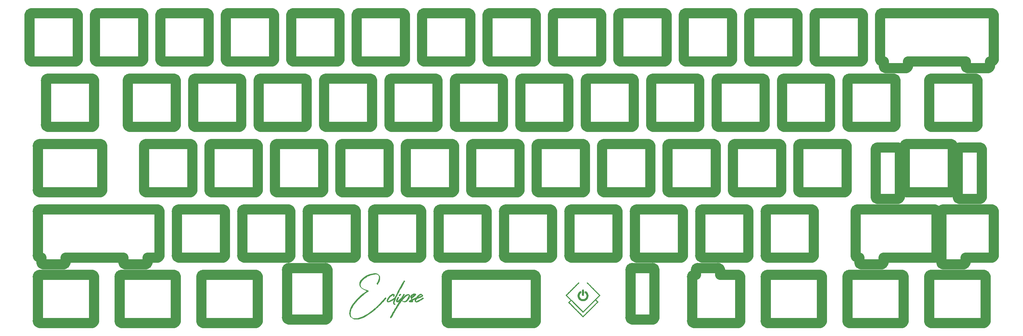
<source format=gbr>
%TF.GenerationSoftware,KiCad,Pcbnew,(5.1.11)-1*%
%TF.CreationDate,2022-09-03T23:45:10+07:00*%
%TF.ProjectId,Plate,506c6174-652e-46b6-9963-61645f706362,rev?*%
%TF.SameCoordinates,Original*%
%TF.FileFunction,Soldermask,Top*%
%TF.FilePolarity,Negative*%
%FSLAX46Y46*%
G04 Gerber Fmt 4.6, Leading zero omitted, Abs format (unit mm)*
G04 Created by KiCad (PCBNEW (5.1.11)-1) date 2022-09-03 23:45:10*
%MOMM*%
%LPD*%
G01*
G04 APERTURE LIST*
%ADD10C,3.000000*%
%ADD11C,0.010000*%
G04 APERTURE END LIST*
D10*
X5406250Y-92725000D02*
G75*
G02*
X4906250Y-92225000I0J500000D01*
G01*
X54625000Y-3025000D02*
X54625000Y-16024999D01*
X195406250Y-79225000D02*
G75*
G02*
X195906250Y-78725000I500000J0D01*
G01*
X195406250Y-92225000D02*
X195406250Y-79225000D01*
X195906250Y-92725000D02*
G75*
G02*
X195406250Y-92225000I0J500000D01*
G01*
X208906250Y-92725000D02*
X195906250Y-92725000D01*
X209406250Y-92225000D02*
G75*
G02*
X208906250Y-92725000I-500000J0D01*
G01*
X209406250Y-79225000D02*
X209406250Y-92225000D01*
X208906250Y-78725000D02*
G75*
G02*
X209406250Y-79225000I0J-500000D01*
G01*
X203525000Y-78725000D02*
X208906250Y-78725000D01*
X203525000Y-77225000D02*
X203525000Y-78725000D01*
X203025000Y-76725000D02*
G75*
G02*
X203525000Y-77225000I0J-500000D01*
G01*
X197025000Y-76725000D02*
X203025000Y-76725000D01*
X196525000Y-77225000D02*
G75*
G02*
X197025000Y-76725000I500000J0D01*
G01*
X196525000Y-78725000D02*
X196525000Y-77225000D01*
X195906250Y-78725000D02*
X196525000Y-78725000D01*
X177968750Y-91725000D02*
G75*
G02*
X177468750Y-91225000I0J500000D01*
G01*
X183968750Y-91725000D02*
X177968750Y-91725000D01*
X184468750Y-91225000D02*
G75*
G02*
X183968750Y-91725000I-500000J0D01*
G01*
X184468750Y-77225000D02*
X184468750Y-91225000D01*
X183968750Y-76725000D02*
G75*
G02*
X184468750Y-77225000I0J-500000D01*
G01*
X177968750Y-76725000D02*
X183968750Y-76725000D01*
X177468750Y-77225000D02*
G75*
G02*
X177968750Y-76725000I500000J0D01*
G01*
X177468750Y-91225000D02*
X177468750Y-77225000D01*
X89225000Y-91225000D02*
G75*
G02*
X88725000Y-91725000I-500000J0D01*
G01*
X89225000Y-77225000D02*
X89225000Y-91225000D01*
X88725000Y-76725000D02*
G75*
G02*
X89225000Y-77225000I0J-500000D01*
G01*
X77968750Y-76725000D02*
X88725000Y-76725000D01*
X77468750Y-77225000D02*
G75*
G02*
X77968750Y-76725000I500000J0D01*
G01*
X77468750Y-91225000D02*
X77468750Y-77225000D01*
X77968750Y-91725000D02*
G75*
G02*
X77468750Y-91225000I0J500000D01*
G01*
X88725000Y-91725000D02*
X77968750Y-91725000D01*
X173975000Y-3024999D02*
G75*
G02*
X174475000Y-2524999I500000J0D01*
G01*
X173975000Y-16024999D02*
X173975000Y-3025000D01*
X174474999Y-16525000D02*
G75*
G02*
X173975000Y-16024999I1J500000D01*
G01*
X187475000Y-16525000D02*
X174475000Y-16525000D01*
X187975001Y-16024999D02*
G75*
G02*
X187475000Y-16525000I-500001J0D01*
G01*
X187975000Y-3025000D02*
X187975000Y-16024999D01*
X187475001Y-2524999D02*
G75*
G02*
X187975000Y-3025000I-1J-500000D01*
G01*
X174475000Y-2524999D02*
X187475000Y-2524999D01*
X212075000Y-3024999D02*
G75*
G02*
X212575000Y-2524999I500000J0D01*
G01*
X212075000Y-16024999D02*
X212075000Y-3025000D01*
X212574999Y-16525000D02*
G75*
G02*
X212075000Y-16024999I1J500000D01*
G01*
X225575000Y-16525000D02*
X212575000Y-16525000D01*
X226075001Y-16024999D02*
G75*
G02*
X225575000Y-16525000I-500001J0D01*
G01*
X226075000Y-3025000D02*
X226075000Y-16024999D01*
X225575001Y-2524999D02*
G75*
G02*
X226075000Y-3025000I-1J-500000D01*
G01*
X212575000Y-2524999D02*
X225575000Y-2524999D01*
X7287500Y-22075000D02*
G75*
G02*
X7787500Y-21575000I500000J0D01*
G01*
X7287500Y-35075000D02*
X7287500Y-22074999D01*
X7787500Y-35575000D02*
G75*
G02*
X7287500Y-35075000I0J500000D01*
G01*
X20787500Y-35575000D02*
X7787500Y-35575000D01*
X21287500Y-35075000D02*
G75*
G02*
X20787500Y-35575000I-500000J0D01*
G01*
X21287500Y-22075000D02*
X21287500Y-35075000D01*
X20787500Y-21575000D02*
G75*
G02*
X21287500Y-22075000I0J-500000D01*
G01*
X7787500Y-21575000D02*
X20787500Y-21575000D01*
X193025000Y-3024999D02*
G75*
G02*
X193525000Y-2524999I500000J0D01*
G01*
X193025000Y-16024999D02*
X193025000Y-3025000D01*
X193524999Y-16525000D02*
G75*
G02*
X193025000Y-16024999I1J500000D01*
G01*
X206525000Y-16525000D02*
X193525000Y-16525000D01*
X207025001Y-16024999D02*
G75*
G02*
X206525000Y-16525000I-500001J0D01*
G01*
X207025000Y-3025000D02*
X207025000Y-16024999D01*
X206525001Y-2524999D02*
G75*
G02*
X207025000Y-3025000I-1J-500000D01*
G01*
X193525000Y-2524999D02*
X206525000Y-2524999D01*
X231125000Y-3024999D02*
G75*
G02*
X231625000Y-2524999I500000J0D01*
G01*
X231125000Y-16024999D02*
X231125000Y-3025000D01*
X231624999Y-16525000D02*
G75*
G02*
X231125000Y-16024999I1J500000D01*
G01*
X244625000Y-16525000D02*
X231625000Y-16525000D01*
X245125001Y-16024999D02*
G75*
G02*
X244625000Y-16525000I-500001J0D01*
G01*
X245125000Y-3025000D02*
X245125000Y-16024999D01*
X244625001Y-2524999D02*
G75*
G02*
X245125000Y-3025000I-1J-500000D01*
G01*
X231625000Y-2524999D02*
X244625000Y-2524999D01*
X282725001Y-2524999D02*
G75*
G02*
X283225000Y-3025000I-1J-500000D01*
G01*
X250675000Y-2525000D02*
X282725000Y-2524999D01*
X250175000Y-3025000D02*
G75*
G02*
X250675000Y-2525000I500000J0D01*
G01*
X250175000Y-16024999D02*
X250175000Y-3025000D01*
X250674999Y-16525000D02*
G75*
G02*
X250175000Y-16024999I1J500000D01*
G01*
X251262000Y-16524999D02*
X250675000Y-16525000D01*
X251262000Y-18025000D02*
X251262000Y-16524999D01*
X251762000Y-18525000D02*
G75*
G02*
X251262000Y-18025000I0J500000D01*
G01*
X257762000Y-18525000D02*
X251762000Y-18525000D01*
X258262000Y-18025000D02*
G75*
G02*
X257762000Y-18525000I-500000J0D01*
G01*
X258262000Y-16524999D02*
X258262000Y-18025000D01*
X275138000Y-16524999D02*
X258262000Y-16524999D01*
X275138000Y-18025000D02*
X275138000Y-16524999D01*
X275638001Y-18524999D02*
G75*
G02*
X275138000Y-18025000I-1J500000D01*
G01*
X281638000Y-18525000D02*
X275638000Y-18525000D01*
X282138000Y-18025000D02*
G75*
G02*
X281638000Y-18525000I-500000J0D01*
G01*
X282138000Y-16524999D02*
X282138000Y-18025000D01*
X282725000Y-16525000D02*
X282138000Y-16524999D01*
X283225001Y-16024999D02*
G75*
G02*
X282725000Y-16525000I-500001J0D01*
G01*
X283225000Y-3025000D02*
X283225000Y-16024999D01*
X154925000Y-3024999D02*
G75*
G02*
X155425000Y-2524999I500000J0D01*
G01*
X154925000Y-16024999D02*
X154925000Y-3025000D01*
X155424999Y-16525000D02*
G75*
G02*
X154925000Y-16024999I1J500000D01*
G01*
X168425000Y-16525000D02*
X155425000Y-16525000D01*
X168925001Y-16024999D02*
G75*
G02*
X168425000Y-16525000I-500001J0D01*
G01*
X168925000Y-3025000D02*
X168925000Y-16024999D01*
X168425001Y-2524999D02*
G75*
G02*
X168925000Y-3025000I-1J-500000D01*
G01*
X155425000Y-2524999D02*
X168425000Y-2524999D01*
X135875000Y-3024999D02*
G75*
G02*
X136375000Y-2524999I500000J0D01*
G01*
X135875000Y-16024999D02*
X135875000Y-3025000D01*
X136374999Y-16525000D02*
G75*
G02*
X135875000Y-16024999I1J500000D01*
G01*
X149375000Y-16525000D02*
X136375000Y-16525000D01*
X149875001Y-16024999D02*
G75*
G02*
X149375000Y-16525000I-500001J0D01*
G01*
X149875000Y-3025000D02*
X149875000Y-16024999D01*
X149375001Y-2524999D02*
G75*
G02*
X149875000Y-3025000I-1J-500000D01*
G01*
X136375000Y-2524999D02*
X149375000Y-2524999D01*
X116825000Y-3024999D02*
G75*
G02*
X117325000Y-2524999I500000J0D01*
G01*
X116825000Y-16024999D02*
X116825000Y-3025000D01*
X117324999Y-16525000D02*
G75*
G02*
X116825000Y-16024999I1J500000D01*
G01*
X130324999Y-16525000D02*
X117325000Y-16525000D01*
X130825000Y-16024999D02*
G75*
G02*
X130324999Y-16525000I-500001J0D01*
G01*
X130824999Y-3025000D02*
X130824999Y-16024999D01*
X130325000Y-2524999D02*
G75*
G02*
X130824999Y-3025000I-1J-500000D01*
G01*
X117325000Y-2524999D02*
X130324999Y-2524999D01*
X97775000Y-3024999D02*
G75*
G02*
X98275000Y-2524999I500000J0D01*
G01*
X97775000Y-16024999D02*
X97775000Y-3025000D01*
X98274999Y-16525000D02*
G75*
G02*
X97775000Y-16024999I1J500000D01*
G01*
X111275000Y-16525000D02*
X98275000Y-16525000D01*
X111775001Y-16024999D02*
G75*
G02*
X111275000Y-16525000I-500001J0D01*
G01*
X111775000Y-3025000D02*
X111775000Y-16024999D01*
X111275000Y-2525000D02*
G75*
G02*
X111775000Y-3025000I0J-500000D01*
G01*
X98275000Y-2524999D02*
X111275000Y-2524999D01*
X40624999Y-3025000D02*
G75*
G02*
X41125000Y-2524999I500001J0D01*
G01*
X40625000Y-16024999D02*
X40624999Y-3025000D01*
X41125000Y-16524999D02*
G75*
G02*
X40625000Y-16024999I0J500000D01*
G01*
X54125000Y-16525000D02*
X41125000Y-16524999D01*
X54625000Y-16025000D02*
G75*
G02*
X54125000Y-16525000I-500000J0D01*
G01*
X54125001Y-2524999D02*
G75*
G02*
X54625000Y-3025000I-1J-500000D01*
G01*
X41125000Y-2524999D02*
X54125000Y-2525000D01*
X78725000Y-3024999D02*
G75*
G02*
X79225000Y-2524999I500000J0D01*
G01*
X78725000Y-16024999D02*
X78725000Y-3025000D01*
X79225000Y-16524999D02*
G75*
G02*
X78725000Y-16024999I0J500000D01*
G01*
X92225000Y-16525000D02*
X79225000Y-16524999D01*
X92725001Y-16024999D02*
G75*
G02*
X92225000Y-16525000I-500001J0D01*
G01*
X92725000Y-3025000D02*
X92725000Y-16024999D01*
X92225000Y-2525000D02*
G75*
G02*
X92725000Y-3025000I0J-500000D01*
G01*
X79225000Y-2524999D02*
X92225000Y-2524999D01*
X59675000Y-3024999D02*
G75*
G02*
X60175000Y-2524999I500000J0D01*
G01*
X59675000Y-16024999D02*
X59675000Y-3025000D01*
X60174999Y-16525000D02*
G75*
G02*
X59675000Y-16024999I1J500000D01*
G01*
X73175000Y-16525000D02*
X60175000Y-16524999D01*
X73675001Y-16024999D02*
G75*
G02*
X73175000Y-16525000I-500001J0D01*
G01*
X73675000Y-3025000D02*
X73675000Y-16024999D01*
X73175000Y-2525000D02*
G75*
G02*
X73675000Y-3025000I0J-500000D01*
G01*
X60175000Y-2524999D02*
X73175000Y-2525000D01*
X21575000Y-3024999D02*
G75*
G02*
X22075000Y-2524999I500000J0D01*
G01*
X21575000Y-16024999D02*
X21574999Y-3025000D01*
X22075000Y-16524999D02*
G75*
G02*
X21575000Y-16024999I0J500000D01*
G01*
X35075000Y-16525000D02*
X22075000Y-16524999D01*
X35575001Y-16024999D02*
G75*
G02*
X35075000Y-16525000I-500001J0D01*
G01*
X35575000Y-3025000D02*
X35575000Y-16024999D01*
X35075000Y-2525000D02*
G75*
G02*
X35575000Y-3025000I0J-500000D01*
G01*
X22075000Y-2524999D02*
X35075000Y-2525000D01*
X102537500Y-60175000D02*
G75*
G02*
X103037500Y-59675000I500000J0D01*
G01*
X102537500Y-73175000D02*
X102537500Y-60175000D01*
X103037500Y-73675000D02*
G75*
G02*
X102537500Y-73175000I0J500000D01*
G01*
X116037500Y-73675000D02*
X103037500Y-73675000D01*
X116537500Y-73175000D02*
G75*
G02*
X116037500Y-73675000I-500000J0D01*
G01*
X116537500Y-60175000D02*
X116537500Y-73175000D01*
X116037500Y-59675000D02*
G75*
G02*
X116537500Y-60175000I0J-500000D01*
G01*
X103037500Y-59675000D02*
X116037500Y-59675000D01*
X2524999Y-3025000D02*
G75*
G02*
X3025000Y-2524999I500001J0D01*
G01*
X2525000Y-16024999D02*
X2524999Y-3025000D01*
X3025000Y-16524999D02*
G75*
G02*
X2525000Y-16024999I0J500000D01*
G01*
X16024999Y-16525000D02*
X3025000Y-16525000D01*
X16525000Y-16024999D02*
G75*
G02*
X16024999Y-16525000I-500001J0D01*
G01*
X16525000Y-3025000D02*
X16525000Y-16024999D01*
X16024999Y-2524999D02*
G75*
G02*
X16525000Y-3025000I0J-500001D01*
G01*
X3025000Y-2524999D02*
X16024999Y-2524999D01*
X178737500Y-60175000D02*
G75*
G02*
X179237500Y-59675000I500000J0D01*
G01*
X178737500Y-73175000D02*
X178737500Y-60175000D01*
X179237500Y-73675000D02*
G75*
G02*
X178737500Y-73175000I0J500000D01*
G01*
X192237500Y-73675000D02*
X179237500Y-73675000D01*
X192737501Y-73174999D02*
G75*
G02*
X192237500Y-73675000I-500001J0D01*
G01*
X192737500Y-60175000D02*
X192737500Y-73175000D01*
X192237500Y-59675000D02*
G75*
G02*
X192737500Y-60175000I0J-500000D01*
G01*
X179237500Y-59675000D02*
X192237500Y-59675000D01*
X64437500Y-60175000D02*
G75*
G02*
X64937500Y-59675000I500000J0D01*
G01*
X64437500Y-73175000D02*
X64437500Y-60175000D01*
X64937500Y-73675000D02*
G75*
G02*
X64437500Y-73175000I0J500000D01*
G01*
X77937500Y-73675000D02*
X64937500Y-73675000D01*
X78437500Y-73175000D02*
G75*
G02*
X77937500Y-73675000I-500000J0D01*
G01*
X78437500Y-60175000D02*
X78437500Y-73175000D01*
X77937500Y-59675000D02*
G75*
G02*
X78437500Y-60175000I0J-500000D01*
G01*
X64937500Y-59675000D02*
X77937500Y-59675000D01*
X140637500Y-60175000D02*
G75*
G02*
X141137500Y-59675000I500000J0D01*
G01*
X140637500Y-73175000D02*
X140637500Y-60175000D01*
X141137500Y-73675000D02*
G75*
G02*
X140637500Y-73175000I0J500000D01*
G01*
X154137500Y-73675000D02*
X141137500Y-73675000D01*
X154637501Y-73174999D02*
G75*
G02*
X154137500Y-73675000I-500001J0D01*
G01*
X154637500Y-60175000D02*
X154637500Y-73175000D01*
X154137500Y-59675000D02*
G75*
G02*
X154637500Y-60175000I0J-500000D01*
G01*
X141137500Y-59675000D02*
X154137500Y-59675000D01*
X58887500Y-59675000D02*
G75*
G02*
X59387500Y-60175000I0J-500000D01*
G01*
X45887500Y-59675000D02*
X58887500Y-59675000D01*
X45387500Y-60175000D02*
G75*
G02*
X45887500Y-59675000I500000J0D01*
G01*
X45387500Y-73175000D02*
X45387500Y-60175000D01*
X45887500Y-73675000D02*
G75*
G02*
X45387500Y-73175000I0J500000D01*
G01*
X58887500Y-73675000D02*
X45887500Y-73675000D01*
X59387500Y-73175000D02*
G75*
G02*
X58887500Y-73675000I-500000J0D01*
G01*
X59387500Y-60175000D02*
X59387500Y-73175000D01*
X159687500Y-60175000D02*
G75*
G02*
X160187500Y-59675000I500000J0D01*
G01*
X159687500Y-73175000D02*
X159687500Y-60175000D01*
X160187500Y-73675000D02*
G75*
G02*
X159687500Y-73175000I0J500000D01*
G01*
X173187500Y-73675000D02*
X160187500Y-73675000D01*
X173687501Y-73174999D02*
G75*
G02*
X173187500Y-73675000I-500001J0D01*
G01*
X173687500Y-60175000D02*
X173687500Y-73175000D01*
X173187500Y-59675000D02*
G75*
G02*
X173687500Y-60175000I0J-500000D01*
G01*
X160187500Y-59675000D02*
X173187500Y-59675000D01*
X121587500Y-60175000D02*
G75*
G02*
X122087500Y-59675000I500000J0D01*
G01*
X121587500Y-73175000D02*
X121587500Y-60175000D01*
X122087500Y-73675000D02*
G75*
G02*
X121587500Y-73175000I0J500000D01*
G01*
X135087500Y-73675000D02*
X122087500Y-73675000D01*
X135587500Y-73175000D02*
G75*
G02*
X135087500Y-73675000I-500000J0D01*
G01*
X135587500Y-60175000D02*
X135587500Y-73175000D01*
X135087500Y-59675000D02*
G75*
G02*
X135587500Y-60175000I0J-500000D01*
G01*
X122087500Y-59675000D02*
X135087500Y-59675000D01*
X197787500Y-60175000D02*
G75*
G02*
X198287500Y-59675000I500000J0D01*
G01*
X197787500Y-73175000D02*
X197787500Y-60175000D01*
X198287500Y-73675000D02*
G75*
G02*
X197787500Y-73175000I0J500000D01*
G01*
X211287500Y-73675000D02*
X198287500Y-73675000D01*
X211787501Y-73174999D02*
G75*
G02*
X211287500Y-73675000I-500001J0D01*
G01*
X211787500Y-60175000D02*
X211787500Y-73175000D01*
X211287500Y-59675000D02*
G75*
G02*
X211787500Y-60175000I0J-500000D01*
G01*
X198287500Y-59675000D02*
X211287500Y-59675000D01*
X83487499Y-60174999D02*
G75*
G02*
X83987500Y-59675000I500000J-1D01*
G01*
X83487499Y-73175000D02*
X83487499Y-60175000D01*
X83987500Y-73675001D02*
G75*
G02*
X83487499Y-73175000I0J500001D01*
G01*
X96987500Y-73675000D02*
X83987500Y-73675000D01*
X97487500Y-73175000D02*
G75*
G02*
X96987500Y-73675000I-500000J0D01*
G01*
X97487500Y-60175000D02*
X97487500Y-73175000D01*
X96987500Y-59675000D02*
G75*
G02*
X97487500Y-60175000I0J-500000D01*
G01*
X83987500Y-59675000D02*
X96987500Y-59675000D01*
X216837500Y-60175000D02*
G75*
G02*
X217337500Y-59675000I500000J0D01*
G01*
X216837500Y-73175000D02*
X216837500Y-60175000D01*
X217337500Y-73675000D02*
G75*
G02*
X216837500Y-73175000I0J500000D01*
G01*
X230337500Y-73675000D02*
X217337500Y-73675000D01*
X230837501Y-73174999D02*
G75*
G02*
X230337500Y-73675000I-500001J0D01*
G01*
X230837500Y-60175000D02*
X230837500Y-73175000D01*
X230337500Y-59675000D02*
G75*
G02*
X230837500Y-60175000I0J-500000D01*
G01*
X217337500Y-59675000D02*
X230337500Y-59675000D01*
X280843750Y-92225000D02*
G75*
G02*
X280343750Y-92725000I-500000J0D01*
G01*
X280843750Y-79225000D02*
X280843750Y-92225000D01*
X280343750Y-78725000D02*
G75*
G02*
X280843750Y-79225000I0J-500000D01*
G01*
X264962499Y-78725000D02*
X280343750Y-78725000D01*
X264462499Y-79225000D02*
G75*
G02*
X264962499Y-78725000I500000J0D01*
G01*
X264462499Y-92225000D02*
X264462499Y-79225000D01*
X264962499Y-92725000D02*
G75*
G02*
X264462499Y-92225000I0J500000D01*
G01*
X280343750Y-92725000D02*
X264962499Y-92725000D01*
X149375000Y-78725000D02*
G75*
G02*
X149875000Y-79225000I0J-500000D01*
G01*
X124468750Y-78725000D02*
X149375000Y-78725000D01*
X123968750Y-79225000D02*
G75*
G02*
X124468750Y-78725000I500000J0D01*
G01*
X123968750Y-92225000D02*
X123968750Y-79225000D01*
X124468750Y-92725000D02*
G75*
G02*
X123968750Y-92225000I0J500000D01*
G01*
X149375000Y-92725000D02*
X124468750Y-92725000D01*
X149875000Y-92225000D02*
G75*
G02*
X149375000Y-92725000I-500000J0D01*
G01*
X149875000Y-79225000D02*
X149875000Y-92225000D01*
X256531250Y-78725000D02*
G75*
G02*
X257031250Y-79225000I0J-500000D01*
G01*
X241150000Y-78725000D02*
X256531250Y-78725000D01*
X240650000Y-79225000D02*
G75*
G02*
X241150000Y-78725000I500000J0D01*
G01*
X240650000Y-92225000D02*
X240650000Y-79225000D01*
X241150001Y-92724999D02*
G75*
G02*
X240650000Y-92225000I-1J500000D01*
G01*
X256531250Y-92725000D02*
X241150000Y-92725000D01*
X257031251Y-92224999D02*
G75*
G02*
X256531250Y-92725000I-500001J0D01*
G01*
X257031250Y-79225000D02*
X257031250Y-92225000D01*
X232718750Y-78725000D02*
G75*
G02*
X233218750Y-79225000I0J-500000D01*
G01*
X217337500Y-78725000D02*
X232718750Y-78725000D01*
X216837500Y-79225000D02*
G75*
G02*
X217337500Y-78725000I500000J0D01*
G01*
X216837500Y-92225000D02*
X216837500Y-79225000D01*
X217337500Y-92725000D02*
G75*
G02*
X216837500Y-92225000I0J500000D01*
G01*
X232718750Y-92725000D02*
X217337500Y-92725000D01*
X233218751Y-92224999D02*
G75*
G02*
X232718750Y-92725000I-500001J0D01*
G01*
X233218750Y-79225000D02*
X233218750Y-92225000D01*
X28718750Y-79225000D02*
G75*
G02*
X29218750Y-78725000I500000J0D01*
G01*
X28718750Y-92225000D02*
X28718750Y-79225000D01*
X29218750Y-92725000D02*
G75*
G02*
X28718750Y-92225000I0J500000D01*
G01*
X44600000Y-92725000D02*
X29218750Y-92725000D01*
X45100000Y-92225000D02*
G75*
G02*
X44600000Y-92725000I-500000J0D01*
G01*
X45099999Y-79225000D02*
X45100000Y-92225000D01*
X44599999Y-78725000D02*
G75*
G02*
X45099999Y-79225000I0J-500000D01*
G01*
X29218750Y-78725000D02*
X44600000Y-78725000D01*
X4906250Y-79225000D02*
G75*
G02*
X5406250Y-78725000I500000J0D01*
G01*
X4906250Y-92225000D02*
X4906250Y-79225000D01*
X20787500Y-92725000D02*
X5406249Y-92725000D01*
X21287499Y-92224999D02*
G75*
G02*
X20787500Y-92725000I-500000J-1D01*
G01*
X21287500Y-79225000D02*
X21287500Y-92225000D01*
X20787500Y-78725000D02*
G75*
G02*
X21287500Y-79225000I0J-500000D01*
G01*
X5406250Y-78725000D02*
X20787500Y-78725000D01*
X52531250Y-79225000D02*
G75*
G02*
X53031250Y-78725000I500000J0D01*
G01*
X52531250Y-92225000D02*
X52531250Y-79225000D01*
X53031250Y-92725000D02*
G75*
G02*
X52531250Y-92225000I0J500000D01*
G01*
X68412500Y-92725000D02*
X53031250Y-92725000D01*
X68912500Y-92224998D02*
G75*
G02*
X68412500Y-92725000I-500001J-1D01*
G01*
X68912500Y-79225000D02*
X68912500Y-92225000D01*
X68412500Y-78725000D02*
G75*
G02*
X68912500Y-79225000I0J-500000D01*
G01*
X53031250Y-78725000D02*
X68412500Y-78725000D01*
X267994250Y-60066129D02*
X267994250Y-73044085D01*
X267994251Y-60066129D02*
G75*
G02*
X268482742Y-59675000I488002J-108870D01*
G01*
X282725000Y-59675000D02*
X268482742Y-59675000D01*
X282725000Y-59675000D02*
G75*
G02*
X283225000Y-60175000I0J-500000D01*
G01*
X283225000Y-73175000D02*
X283225000Y-60175000D01*
X283225000Y-73175000D02*
G75*
G02*
X282725000Y-73675000I-500000J0D01*
G01*
X274994250Y-73675000D02*
X282725000Y-73675000D01*
X274994250Y-75175000D02*
X274994250Y-73675000D01*
X274994250Y-75175000D02*
G75*
G02*
X274494250Y-75675000I-500000J0D01*
G01*
X268494250Y-75675000D02*
X274494250Y-75675000D01*
X268494250Y-75675000D02*
G75*
G02*
X267994250Y-75175000I0J500000D01*
G01*
X267994250Y-73305914D02*
X267994250Y-75175000D01*
X267994250Y-73305913D02*
G75*
G02*
X267994250Y-73044085I482557J130913D01*
G01*
X243031250Y-60175000D02*
G75*
G02*
X243531250Y-59675000I500000J0D01*
G01*
X243031250Y-73175000D02*
X243031250Y-60175000D01*
X243531250Y-73675000D02*
G75*
G02*
X243031250Y-73175000I0J500000D01*
G01*
X244118250Y-73675000D02*
X243531250Y-73675000D01*
X244118250Y-75175000D02*
X244118250Y-73675000D01*
X244618250Y-75675000D02*
G75*
G02*
X244118250Y-75175000I0J500000D01*
G01*
X250618250Y-75675000D02*
X244618250Y-75675000D01*
X251118250Y-75175000D02*
G75*
G02*
X250618250Y-75675000I-500000J0D01*
G01*
X251118250Y-73675000D02*
X251118250Y-75175000D01*
X266056249Y-73675000D02*
X251118250Y-73675000D01*
X266556249Y-73175000D02*
G75*
G02*
X266056249Y-73675000I-500000J0D01*
G01*
X266556249Y-60175000D02*
X266556249Y-73175000D01*
X266056249Y-59675000D02*
G75*
G02*
X266556249Y-60175000I0J-500000D01*
G01*
X243531250Y-59675000D02*
X266056249Y-59675000D01*
X40337499Y-73174999D02*
G75*
G02*
X39837500Y-73675000I-500000J-1D01*
G01*
X40337500Y-60175000D02*
X40337499Y-73175000D01*
X39837500Y-59675000D02*
G75*
G02*
X40337500Y-60175000I0J-500000D01*
G01*
X5406250Y-59675000D02*
X39837500Y-59675000D01*
X4906249Y-60174999D02*
G75*
G02*
X5406250Y-59675000I500000J-1D01*
G01*
X4906250Y-73175000D02*
X4906250Y-60175000D01*
X5406250Y-73675000D02*
G75*
G02*
X4906250Y-73175000I0J500000D01*
G01*
X5993250Y-73675000D02*
X5406250Y-73675000D01*
X5993250Y-75175000D02*
X5993250Y-73675000D01*
X6493250Y-75675000D02*
G75*
G02*
X5993250Y-75175000I0J500000D01*
G01*
X12493250Y-75675000D02*
X6493250Y-75675000D01*
X12993250Y-75175000D02*
G75*
G02*
X12493250Y-75675000I-500000J0D01*
G01*
X12993250Y-73675000D02*
X12993249Y-75175000D01*
X29869250Y-73675000D02*
X12993250Y-73675000D01*
X29869250Y-75175000D02*
X29869250Y-73675000D01*
X30369250Y-75675000D02*
G75*
G02*
X29869250Y-75175000I0J500000D01*
G01*
X36369250Y-75675000D02*
X30369250Y-75675000D01*
X36869250Y-75175000D02*
G75*
G02*
X36369250Y-75675000I-500000J0D01*
G01*
X36869250Y-73675000D02*
X36869250Y-75175000D01*
X39837500Y-73675000D02*
X36869250Y-73675000D01*
X272756750Y-42125000D02*
G75*
G02*
X273256750Y-41625000I500000J0D01*
G01*
X272756750Y-56125000D02*
X272756750Y-42125000D01*
X273256750Y-56625000D02*
G75*
G02*
X272756750Y-56125000I0J500000D01*
G01*
X279256750Y-56625000D02*
X273256750Y-56625000D01*
X279756750Y-56125000D02*
G75*
G02*
X279256750Y-56625000I-500000J0D01*
G01*
X279756750Y-42125000D02*
X279756750Y-56125000D01*
X279256750Y-41625000D02*
G75*
G02*
X279756750Y-42125000I0J-500000D01*
G01*
X273256750Y-41625000D02*
X279256750Y-41625000D01*
X182712500Y-40625000D02*
X169712500Y-40625000D01*
X182712500Y-40625000D02*
G75*
G02*
X183212500Y-41125000I0J-500000D01*
G01*
X183212500Y-54125000D02*
X183212500Y-41125000D01*
X183212500Y-54125000D02*
G75*
G02*
X182712500Y-54625000I-500000J0D01*
G01*
X169712500Y-54625000D02*
X182712500Y-54625000D01*
X169712500Y-54625000D02*
G75*
G02*
X169212500Y-54125000I0J500000D01*
G01*
X169212500Y-41125000D02*
X169212500Y-54125000D01*
X169212500Y-41125000D02*
G75*
G02*
X169712500Y-40625000I500000J0D01*
G01*
X163662500Y-40625000D02*
G75*
G02*
X164162500Y-41125000I0J-500000D01*
G01*
X150662500Y-40625000D02*
X163662500Y-40624999D01*
X150162500Y-41125000D02*
G75*
G02*
X150662500Y-40625000I500000J0D01*
G01*
X150162500Y-54125000D02*
X150162500Y-41125000D01*
X150662500Y-54625000D02*
G75*
G02*
X150162500Y-54125000I0J500000D01*
G01*
X163662500Y-54625000D02*
X150662500Y-54625000D01*
X164162500Y-54125000D02*
G75*
G02*
X163662500Y-54625000I-500000J0D01*
G01*
X164162500Y-41125000D02*
X164162500Y-54125000D01*
X255380750Y-41625000D02*
G75*
G02*
X255880750Y-42125000I0J-500000D01*
G01*
X249380750Y-41625000D02*
X255380750Y-41625000D01*
X248880750Y-42125000D02*
G75*
G02*
X249380750Y-41625000I500000J0D01*
G01*
X248880750Y-56125000D02*
X248880750Y-42125000D01*
X249380750Y-56625000D02*
G75*
G02*
X248880750Y-56125000I0J500000D01*
G01*
X255380750Y-56625000D02*
X249380750Y-56625000D01*
X255880750Y-56125000D02*
G75*
G02*
X255380750Y-56625000I-500000J0D01*
G01*
X255880750Y-42125000D02*
X255880750Y-56125000D01*
X201762500Y-40625000D02*
G75*
G02*
X202262500Y-41125000I0J-500000D01*
G01*
X188762500Y-40625000D02*
X201762500Y-40624999D01*
X188262500Y-41125000D02*
G75*
G02*
X188762500Y-40625000I500000J0D01*
G01*
X188262500Y-54125000D02*
X188262500Y-41125000D01*
X188762500Y-54625000D02*
G75*
G02*
X188262500Y-54125000I0J500000D01*
G01*
X201762500Y-54625000D02*
X188762500Y-54625000D01*
X202262500Y-54125000D02*
G75*
G02*
X201762500Y-54625000I-500000J0D01*
G01*
X202262500Y-41125000D02*
X202262500Y-54125000D01*
X207312500Y-41125000D02*
G75*
G02*
X207812500Y-40625000I500000J0D01*
G01*
X207312500Y-54125000D02*
X207312500Y-41125000D01*
X207812500Y-54625000D02*
G75*
G02*
X207312500Y-54125000I0J500000D01*
G01*
X220812500Y-54625000D02*
X207812500Y-54625000D01*
X221312500Y-54125000D02*
G75*
G02*
X220812500Y-54625000I-500000J0D01*
G01*
X221312500Y-41125000D02*
X221312500Y-54125000D01*
X220812500Y-40625000D02*
G75*
G02*
X221312500Y-41125000I0J-500000D01*
G01*
X207812500Y-40625000D02*
X220812500Y-40624999D01*
X239862500Y-40625000D02*
X226862500Y-40625000D01*
X239862500Y-40625000D02*
G75*
G02*
X240362500Y-41125000I0J-500000D01*
G01*
X240362500Y-54125000D02*
X240362500Y-41125000D01*
X240362500Y-54125000D02*
G75*
G02*
X239862500Y-54625000I-500000J0D01*
G01*
X226862500Y-54625000D02*
X239862500Y-54625000D01*
X226862500Y-54625000D02*
G75*
G02*
X226362500Y-54125000I0J500000D01*
G01*
X226362500Y-41125000D02*
X226362500Y-54125000D01*
X226362500Y-41125000D02*
G75*
G02*
X226862500Y-40625000I500000J0D01*
G01*
X257318750Y-41125000D02*
G75*
G02*
X257818750Y-40625000I500000J0D01*
G01*
X257318750Y-54125000D02*
X257318750Y-41125000D01*
X257818750Y-54625000D02*
G75*
G02*
X257318750Y-54125000I0J500000D01*
G01*
X270818750Y-54625000D02*
X257818750Y-54625000D01*
X271318750Y-54125000D02*
G75*
G02*
X270818750Y-54625000I-500000J0D01*
G01*
X271318750Y-41125000D02*
X271318750Y-54125000D01*
X270818750Y-40625000D02*
G75*
G02*
X271318750Y-41125000I0J-500000D01*
G01*
X257818750Y-40625000D02*
X270818750Y-40624999D01*
X131112500Y-41125000D02*
G75*
G02*
X131612500Y-40625000I500000J0D01*
G01*
X131112500Y-54125000D02*
X131112500Y-41125000D01*
X131612500Y-54625000D02*
G75*
G02*
X131112500Y-54125000I0J500000D01*
G01*
X144612500Y-54625000D02*
X131612500Y-54625000D01*
X145112500Y-54125000D02*
G75*
G02*
X144612500Y-54625000I-500000J0D01*
G01*
X145112500Y-41125000D02*
X145112500Y-54125000D01*
X144612500Y-40625000D02*
G75*
G02*
X145112500Y-41125000I0J-500000D01*
G01*
X131612500Y-40625000D02*
X144612500Y-40624999D01*
X49362500Y-40625000D02*
G75*
G02*
X49862500Y-41125000I0J-500000D01*
G01*
X36362500Y-40625000D02*
X49362500Y-40625000D01*
X35862500Y-41125000D02*
G75*
G02*
X36362500Y-40625000I500000J0D01*
G01*
X35862500Y-54125000D02*
X35862500Y-41125000D01*
X36362500Y-54625000D02*
G75*
G02*
X35862500Y-54125000I0J500000D01*
G01*
X49362500Y-54625000D02*
X36362500Y-54625000D01*
X49862500Y-54125000D02*
G75*
G02*
X49362500Y-54625000I-500000J0D01*
G01*
X49862500Y-41125000D02*
X49862500Y-54125000D01*
X4906250Y-41125000D02*
G75*
G02*
X5406250Y-40625000I500000J0D01*
G01*
X4906250Y-54125000D02*
X4906250Y-41125000D01*
X5406249Y-54624999D02*
G75*
G02*
X4906250Y-54125000I0J499999D01*
G01*
X23168750Y-54625000D02*
X5406249Y-54624999D01*
X23668750Y-54125000D02*
G75*
G02*
X23168750Y-54625000I-500000J0D01*
G01*
X23668750Y-41125000D02*
X23668750Y-54125000D01*
X23168750Y-40625000D02*
G75*
G02*
X23668750Y-41125000I0J-500000D01*
G01*
X5406250Y-40625000D02*
X23168750Y-40625000D01*
X93012499Y-41124999D02*
G75*
G02*
X93512500Y-40625000I500000J-1D01*
G01*
X93012499Y-54125000D02*
X93012499Y-41125000D01*
X93512499Y-54625000D02*
G75*
G02*
X93012499Y-54125000I0J500000D01*
G01*
X106512500Y-54625000D02*
X93512500Y-54625000D01*
X107012500Y-54125000D02*
G75*
G02*
X106512500Y-54625000I-500000J0D01*
G01*
X107012500Y-41125000D02*
X107012500Y-54125000D01*
X106512500Y-40625000D02*
G75*
G02*
X107012500Y-41125000I0J-500000D01*
G01*
X93512500Y-40625000D02*
X106512500Y-40624999D01*
X54912500Y-41125000D02*
G75*
G02*
X55412500Y-40625000I500000J0D01*
G01*
X54912500Y-54125000D02*
X54912500Y-41125000D01*
X55412500Y-54625000D02*
G75*
G02*
X54912500Y-54125000I0J500000D01*
G01*
X68412500Y-54625000D02*
X55412500Y-54625000D01*
X68912500Y-54125000D02*
G75*
G02*
X68412500Y-54625000I-500000J0D01*
G01*
X68912500Y-41125000D02*
X68912500Y-54125000D01*
X68412500Y-40625000D02*
G75*
G02*
X68912500Y-41125000I0J-500000D01*
G01*
X55412500Y-40625000D02*
X68412500Y-40625000D01*
X73962500Y-41125000D02*
G75*
G02*
X74462500Y-40625000I500000J0D01*
G01*
X73962500Y-54125000D02*
X73962500Y-41125000D01*
X74462500Y-54625000D02*
G75*
G02*
X73962500Y-54125000I0J500000D01*
G01*
X87462500Y-54625000D02*
X74462500Y-54625000D01*
X87962500Y-54125000D02*
G75*
G02*
X87462500Y-54625000I-500000J0D01*
G01*
X87962500Y-41125000D02*
X87962500Y-54125000D01*
X87462500Y-40625000D02*
G75*
G02*
X87962500Y-41125000I0J-500000D01*
G01*
X74462500Y-40625000D02*
X87462500Y-40624999D01*
X112062500Y-41125000D02*
G75*
G02*
X112562500Y-40625000I500000J0D01*
G01*
X112062500Y-54125000D02*
X112062500Y-41125000D01*
X112562500Y-54625000D02*
G75*
G02*
X112062500Y-54125000I0J500000D01*
G01*
X125562500Y-54625000D02*
X112562500Y-54625000D01*
X126062500Y-54125000D02*
G75*
G02*
X125562500Y-54625000I-500000J0D01*
G01*
X126062500Y-41125000D02*
X126062500Y-54125000D01*
X125562500Y-40625000D02*
G75*
G02*
X126062500Y-41125000I0J-500000D01*
G01*
X112562500Y-40625000D02*
X125562500Y-40624999D01*
X264462499Y-22075000D02*
G75*
G02*
X264962499Y-21575000I500000J0D01*
G01*
X264462499Y-35075000D02*
X264462499Y-22074999D01*
X264962499Y-35575000D02*
G75*
G02*
X264462499Y-35075000I0J500000D01*
G01*
X277962500Y-35575000D02*
X264962499Y-35575000D01*
X278462501Y-35074999D02*
G75*
G02*
X277962500Y-35575000I-500001J0D01*
G01*
X278462500Y-22075000D02*
X278462500Y-35075000D01*
X277962500Y-21575000D02*
G75*
G02*
X278462500Y-22075000I0J-500000D01*
G01*
X264962499Y-21575000D02*
X277962500Y-21574999D01*
X240650000Y-22075000D02*
G75*
G02*
X241150000Y-21575000I500000J0D01*
G01*
X240650000Y-35075000D02*
X240650000Y-22074999D01*
X241150001Y-35574999D02*
G75*
G02*
X240650000Y-35075000I-1J500000D01*
G01*
X254150000Y-35575000D02*
X241150000Y-35575000D01*
X254650000Y-35075000D02*
G75*
G02*
X254150000Y-35575000I-500000J0D01*
G01*
X254650000Y-22075000D02*
X254650000Y-35075000D01*
X254150001Y-21574999D02*
G75*
G02*
X254650000Y-22075000I-1J-500000D01*
G01*
X241150000Y-21575000D02*
X254150000Y-21574999D01*
X221600000Y-22075000D02*
G75*
G02*
X222100000Y-21575000I500000J0D01*
G01*
X221600000Y-35075000D02*
X221600000Y-22074999D01*
X222100001Y-35574999D02*
G75*
G02*
X221600000Y-35075000I-1J500000D01*
G01*
X235100000Y-35575000D02*
X222100000Y-35575000D01*
X235600000Y-35075000D02*
G75*
G02*
X235100000Y-35575000I-500000J0D01*
G01*
X235600000Y-22075000D02*
X235600000Y-35075000D01*
X235100001Y-21574999D02*
G75*
G02*
X235600000Y-22075000I-1J-500000D01*
G01*
X222100000Y-21575000D02*
X235100000Y-21574999D01*
X183500000Y-22075000D02*
G75*
G02*
X184000000Y-21575000I500000J0D01*
G01*
X183500000Y-35075000D02*
X183500000Y-22074999D01*
X184000001Y-35574999D02*
G75*
G02*
X183500000Y-35075000I-1J500000D01*
G01*
X197000000Y-35575000D02*
X184000000Y-35575000D01*
X197500000Y-35075000D02*
G75*
G02*
X197000000Y-35575000I-500000J0D01*
G01*
X197500000Y-22075000D02*
X197500000Y-35075000D01*
X197000001Y-21574999D02*
G75*
G02*
X197500000Y-22075000I-1J-500000D01*
G01*
X184000000Y-21575000D02*
X197000000Y-21574999D01*
X202550000Y-22075000D02*
G75*
G02*
X203050000Y-21575000I500000J0D01*
G01*
X202550000Y-35075000D02*
X202550000Y-22074999D01*
X203050001Y-35574999D02*
G75*
G02*
X202550000Y-35075000I-1J500000D01*
G01*
X216050000Y-35575000D02*
X203050000Y-35575000D01*
X216550000Y-35075000D02*
G75*
G02*
X216050000Y-35575000I-500000J0D01*
G01*
X216550000Y-22075000D02*
X216550000Y-35075000D01*
X216050001Y-21574999D02*
G75*
G02*
X216550000Y-22075000I-1J-500000D01*
G01*
X203050000Y-21575000D02*
X216050000Y-21574999D01*
X164450000Y-22075000D02*
G75*
G02*
X164950000Y-21575000I500000J0D01*
G01*
X164450000Y-35075000D02*
X164450000Y-22074999D01*
X164950001Y-35574999D02*
G75*
G02*
X164450000Y-35075000I-1J500000D01*
G01*
X177950000Y-35575000D02*
X164950000Y-35575000D01*
X178450000Y-35075000D02*
G75*
G02*
X177950000Y-35575000I-500000J0D01*
G01*
X178450000Y-22075000D02*
X178450000Y-35075000D01*
X177950001Y-21574999D02*
G75*
G02*
X178450000Y-22075000I-1J-500000D01*
G01*
X164950000Y-21575000D02*
X177950000Y-21574999D01*
X145400001Y-22074999D02*
G75*
G02*
X145900000Y-21575000I499999J0D01*
G01*
X145400000Y-35075000D02*
X145400000Y-22074999D01*
X145900000Y-35575000D02*
G75*
G02*
X145400000Y-35075000I0J500000D01*
G01*
X158900000Y-35575000D02*
X145900000Y-35575000D01*
X159400000Y-35075000D02*
G75*
G02*
X158900000Y-35575000I-500000J0D01*
G01*
X159400000Y-22075000D02*
X159400000Y-35075000D01*
X158900001Y-21574999D02*
G75*
G02*
X159400000Y-22075000I-1J-500000D01*
G01*
X145900000Y-21575000D02*
X158900000Y-21574999D01*
X88250000Y-22075000D02*
G75*
G02*
X88750000Y-21575000I500000J0D01*
G01*
X88250000Y-35075000D02*
X88250000Y-22074999D01*
X88750000Y-35575000D02*
G75*
G02*
X88250000Y-35075000I0J500000D01*
G01*
X101750000Y-35575000D02*
X88750000Y-35575000D01*
X102250001Y-35074999D02*
G75*
G02*
X101750000Y-35575000I-500001J0D01*
G01*
X102250000Y-22075000D02*
X102250000Y-35075000D01*
X101750000Y-21575000D02*
G75*
G02*
X102250000Y-22075000I0J-500000D01*
G01*
X88750000Y-21575000D02*
X101750000Y-21574999D01*
X126350000Y-22075000D02*
G75*
G02*
X126850000Y-21575000I500000J0D01*
G01*
X126350000Y-35075000D02*
X126350000Y-22074999D01*
X126850001Y-35574999D02*
G75*
G02*
X126350000Y-35075000I-1J500000D01*
G01*
X139850000Y-35575000D02*
X126850000Y-35575000D01*
X140350000Y-35075000D02*
G75*
G02*
X139850000Y-35575000I-500000J0D01*
G01*
X140350000Y-22075000D02*
X140350000Y-35075000D01*
X139850001Y-21574999D02*
G75*
G02*
X140350000Y-22075000I-1J-500000D01*
G01*
X126850000Y-21575000D02*
X139850000Y-21574999D01*
X69200000Y-22075000D02*
G75*
G02*
X69700000Y-21575000I500000J0D01*
G01*
X69200000Y-35075000D02*
X69200000Y-22074999D01*
X69700000Y-35575000D02*
G75*
G02*
X69200000Y-35075000I0J500000D01*
G01*
X82700000Y-35575000D02*
X69700000Y-35575000D01*
X83200000Y-35075000D02*
G75*
G02*
X82700000Y-35575000I-500000J0D01*
G01*
X83200000Y-22075000D02*
X83200000Y-35075000D01*
X82700001Y-21574999D02*
G75*
G02*
X83200000Y-22075000I-1J-500000D01*
G01*
X69700000Y-21575000D02*
X82700000Y-21574999D01*
X50150000Y-22075000D02*
G75*
G02*
X50650000Y-21575000I500000J0D01*
G01*
X50150000Y-35075000D02*
X50150000Y-22074999D01*
X50650000Y-35575000D02*
G75*
G02*
X50150000Y-35075000I0J500000D01*
G01*
X63650000Y-35575000D02*
X50650000Y-35575000D01*
X64150000Y-35075000D02*
G75*
G02*
X63650000Y-35575000I-500000J0D01*
G01*
X64150000Y-22075000D02*
X64150000Y-35075000D01*
X63650000Y-21575000D02*
G75*
G02*
X64150000Y-22075000I0J-500000D01*
G01*
X50650000Y-21575000D02*
X63650000Y-21575000D01*
X44600000Y-21575000D02*
X31600000Y-21575000D01*
X44599999Y-21575000D02*
G75*
G02*
X45099999Y-22075000I0J-500000D01*
G01*
X45099999Y-35075000D02*
X45099999Y-22075000D01*
X45099999Y-35074999D02*
G75*
G02*
X44600000Y-35575000I-500000J-1D01*
G01*
X31600000Y-35575000D02*
X44600000Y-35575000D01*
X31600000Y-35575000D02*
G75*
G02*
X31100000Y-35075000I0J500000D01*
G01*
X31100000Y-22075000D02*
X31100000Y-35075000D01*
X31100000Y-22075000D02*
G75*
G02*
X31600000Y-21575000I500000J0D01*
G01*
X107300000Y-22075000D02*
G75*
G02*
X107800000Y-21575000I500000J0D01*
G01*
X107300000Y-35075000D02*
X107300000Y-22074999D01*
X107800000Y-35575000D02*
G75*
G02*
X107300000Y-35075000I0J500000D01*
G01*
X120800000Y-35575000D02*
X107800000Y-35575000D01*
X121299999Y-35074999D02*
G75*
G02*
X120800000Y-35575000I-500000J-1D01*
G01*
X121300000Y-22075000D02*
X121299999Y-35075000D01*
X120800000Y-21575000D02*
G75*
G02*
X121300000Y-22075000I0J-500000D01*
G01*
X107800000Y-21575000D02*
X120800000Y-21574999D01*
D11*
%TO.C,Eclipse*%
G36*
X103265706Y-78289744D02*
G01*
X103562866Y-78344885D01*
X103592755Y-78354338D01*
X103916023Y-78499537D01*
X104179660Y-78698426D01*
X104378333Y-78945998D01*
X104495725Y-79201791D01*
X104530346Y-79389606D01*
X104536092Y-79630890D01*
X104515099Y-79900326D01*
X104469502Y-80172600D01*
X104401437Y-80422396D01*
X104390026Y-80454708D01*
X104312459Y-80651101D01*
X104217328Y-80868263D01*
X104115043Y-81084673D01*
X104016011Y-81278809D01*
X103930641Y-81429152D01*
X103888420Y-81491875D01*
X103843269Y-81543423D01*
X103803347Y-81545898D01*
X103741196Y-81494693D01*
X103707365Y-81461513D01*
X103590951Y-81346485D01*
X103810397Y-80890013D01*
X103966877Y-80550656D01*
X104083717Y-80262454D01*
X104167770Y-80005796D01*
X104225884Y-79761077D01*
X104246739Y-79641050D01*
X104265939Y-79375322D01*
X104243492Y-79124749D01*
X104182998Y-78912178D01*
X104112412Y-78788337D01*
X103974498Y-78676259D01*
X103766399Y-78595073D01*
X103497758Y-78547466D01*
X103205250Y-78535637D01*
X102749615Y-78572727D01*
X102275991Y-78667846D01*
X101794629Y-78814842D01*
X101315781Y-79007564D01*
X100849700Y-79239860D01*
X100406635Y-79505578D01*
X99996841Y-79798566D01*
X99630568Y-80112673D01*
X99318069Y-80441747D01*
X99069594Y-80779636D01*
X98895397Y-81120188D01*
X98894563Y-81122315D01*
X98841415Y-81334262D01*
X98824806Y-81580720D01*
X98844227Y-81825872D01*
X98899165Y-82033899D01*
X98907858Y-82054090D01*
X99060319Y-82292794D01*
X99292967Y-82517585D01*
X99602111Y-82726071D01*
X99984059Y-82915863D01*
X100435119Y-83084570D01*
X100559416Y-83123525D01*
X100801889Y-83205606D01*
X100990813Y-83287553D01*
X101119401Y-83365029D01*
X101180866Y-83433694D01*
X101168419Y-83489210D01*
X101150991Y-83501679D01*
X101062810Y-83559280D01*
X100920589Y-83660570D01*
X100736384Y-83796326D01*
X100522255Y-83957329D01*
X100290261Y-84134357D01*
X100052458Y-84318190D01*
X99820906Y-84499607D01*
X99607663Y-84669388D01*
X99424787Y-84818312D01*
X99375402Y-84859426D01*
X98806995Y-85359503D01*
X98280160Y-85870440D01*
X97797987Y-86387310D01*
X97363567Y-86905191D01*
X96979988Y-87419157D01*
X96650340Y-87924284D01*
X96377713Y-88415649D01*
X96165198Y-88888326D01*
X96015882Y-89337391D01*
X95932857Y-89757921D01*
X95919212Y-90144991D01*
X95940886Y-90333283D01*
X96019501Y-90655949D01*
X96134429Y-90909595D01*
X96292716Y-91104648D01*
X96501404Y-91251535D01*
X96590358Y-91294689D01*
X96783699Y-91354243D01*
X97037006Y-91394855D01*
X97327428Y-91415195D01*
X97632117Y-91413935D01*
X97928223Y-91389743D01*
X98013908Y-91377507D01*
X98533509Y-91260843D01*
X99089300Y-91071919D01*
X99677336Y-90813026D01*
X100293675Y-90486454D01*
X100934373Y-90094493D01*
X101595486Y-89639434D01*
X102273071Y-89123568D01*
X102963184Y-88549184D01*
X103120583Y-88411412D01*
X103318754Y-88230563D01*
X103560607Y-88000544D01*
X103834701Y-87733023D01*
X104129598Y-87439665D01*
X104433856Y-87132137D01*
X104736036Y-86822107D01*
X105024699Y-86521242D01*
X105288405Y-86241207D01*
X105515713Y-85993670D01*
X105695184Y-85790298D01*
X105724083Y-85756245D01*
X105862921Y-85596775D01*
X105987487Y-85463872D01*
X106085551Y-85369876D01*
X106144887Y-85327125D01*
X106150620Y-85325820D01*
X106224223Y-85352715D01*
X106309811Y-85421515D01*
X106312377Y-85424220D01*
X106407429Y-85525398D01*
X105928172Y-86069633D01*
X105108410Y-86970772D01*
X104306248Y-87791867D01*
X103519077Y-88535093D01*
X102744289Y-89202626D01*
X101979277Y-89796641D01*
X101221433Y-90319314D01*
X100468147Y-90772820D01*
X99979503Y-91031648D01*
X99391550Y-91300771D01*
X98842204Y-91498464D01*
X98326536Y-91625911D01*
X97839615Y-91684296D01*
X97376510Y-91674802D01*
X97323597Y-91669303D01*
X96981580Y-91606296D01*
X96678367Y-91492717D01*
X96423181Y-91346341D01*
X96175586Y-91154216D01*
X95981195Y-90930612D01*
X95818685Y-90650459D01*
X95802589Y-90616713D01*
X95695400Y-90295917D01*
X95649390Y-89928362D01*
X95665168Y-89526453D01*
X95730648Y-89154208D01*
X95862820Y-88728877D01*
X96063813Y-88268252D01*
X96329185Y-87779476D01*
X96654494Y-87269693D01*
X97035298Y-86746045D01*
X97467155Y-86215677D01*
X97770701Y-85873375D01*
X98056906Y-85576934D01*
X98398917Y-85249224D01*
X98780815Y-84903969D01*
X99186683Y-84554892D01*
X99600605Y-84215717D01*
X100006662Y-83900167D01*
X100351769Y-83648042D01*
X100494947Y-83544323D01*
X100607447Y-83457461D01*
X100674194Y-83399393D01*
X100686009Y-83383375D01*
X100648856Y-83357112D01*
X100549354Y-83310164D01*
X100404877Y-83250359D01*
X100308420Y-83213277D01*
X99837112Y-83009127D01*
X99435746Y-82777507D01*
X99106113Y-82521492D01*
X98850006Y-82244157D01*
X98669218Y-81948578D01*
X98565541Y-81637830D01*
X98540768Y-81314989D01*
X98596692Y-80983130D01*
X98735106Y-80645329D01*
X98772380Y-80578129D01*
X98942771Y-80333521D01*
X99177539Y-80068951D01*
X99462616Y-79796319D01*
X99783937Y-79527521D01*
X100127434Y-79274455D01*
X100479040Y-79049021D01*
X100766015Y-78891888D01*
X101207554Y-78691946D01*
X101655230Y-78528776D01*
X102096963Y-78404673D01*
X102520674Y-78321935D01*
X102914282Y-78282859D01*
X103265706Y-78289744D01*
G37*
X103265706Y-78289744D02*
X103562866Y-78344885D01*
X103592755Y-78354338D01*
X103916023Y-78499537D01*
X104179660Y-78698426D01*
X104378333Y-78945998D01*
X104495725Y-79201791D01*
X104530346Y-79389606D01*
X104536092Y-79630890D01*
X104515099Y-79900326D01*
X104469502Y-80172600D01*
X104401437Y-80422396D01*
X104390026Y-80454708D01*
X104312459Y-80651101D01*
X104217328Y-80868263D01*
X104115043Y-81084673D01*
X104016011Y-81278809D01*
X103930641Y-81429152D01*
X103888420Y-81491875D01*
X103843269Y-81543423D01*
X103803347Y-81545898D01*
X103741196Y-81494693D01*
X103707365Y-81461513D01*
X103590951Y-81346485D01*
X103810397Y-80890013D01*
X103966877Y-80550656D01*
X104083717Y-80262454D01*
X104167770Y-80005796D01*
X104225884Y-79761077D01*
X104246739Y-79641050D01*
X104265939Y-79375322D01*
X104243492Y-79124749D01*
X104182998Y-78912178D01*
X104112412Y-78788337D01*
X103974498Y-78676259D01*
X103766399Y-78595073D01*
X103497758Y-78547466D01*
X103205250Y-78535637D01*
X102749615Y-78572727D01*
X102275991Y-78667846D01*
X101794629Y-78814842D01*
X101315781Y-79007564D01*
X100849700Y-79239860D01*
X100406635Y-79505578D01*
X99996841Y-79798566D01*
X99630568Y-80112673D01*
X99318069Y-80441747D01*
X99069594Y-80779636D01*
X98895397Y-81120188D01*
X98894563Y-81122315D01*
X98841415Y-81334262D01*
X98824806Y-81580720D01*
X98844227Y-81825872D01*
X98899165Y-82033899D01*
X98907858Y-82054090D01*
X99060319Y-82292794D01*
X99292967Y-82517585D01*
X99602111Y-82726071D01*
X99984059Y-82915863D01*
X100435119Y-83084570D01*
X100559416Y-83123525D01*
X100801889Y-83205606D01*
X100990813Y-83287553D01*
X101119401Y-83365029D01*
X101180866Y-83433694D01*
X101168419Y-83489210D01*
X101150991Y-83501679D01*
X101062810Y-83559280D01*
X100920589Y-83660570D01*
X100736384Y-83796326D01*
X100522255Y-83957329D01*
X100290261Y-84134357D01*
X100052458Y-84318190D01*
X99820906Y-84499607D01*
X99607663Y-84669388D01*
X99424787Y-84818312D01*
X99375402Y-84859426D01*
X98806995Y-85359503D01*
X98280160Y-85870440D01*
X97797987Y-86387310D01*
X97363567Y-86905191D01*
X96979988Y-87419157D01*
X96650340Y-87924284D01*
X96377713Y-88415649D01*
X96165198Y-88888326D01*
X96015882Y-89337391D01*
X95932857Y-89757921D01*
X95919212Y-90144991D01*
X95940886Y-90333283D01*
X96019501Y-90655949D01*
X96134429Y-90909595D01*
X96292716Y-91104648D01*
X96501404Y-91251535D01*
X96590358Y-91294689D01*
X96783699Y-91354243D01*
X97037006Y-91394855D01*
X97327428Y-91415195D01*
X97632117Y-91413935D01*
X97928223Y-91389743D01*
X98013908Y-91377507D01*
X98533509Y-91260843D01*
X99089300Y-91071919D01*
X99677336Y-90813026D01*
X100293675Y-90486454D01*
X100934373Y-90094493D01*
X101595486Y-89639434D01*
X102273071Y-89123568D01*
X102963184Y-88549184D01*
X103120583Y-88411412D01*
X103318754Y-88230563D01*
X103560607Y-88000544D01*
X103834701Y-87733023D01*
X104129598Y-87439665D01*
X104433856Y-87132137D01*
X104736036Y-86822107D01*
X105024699Y-86521242D01*
X105288405Y-86241207D01*
X105515713Y-85993670D01*
X105695184Y-85790298D01*
X105724083Y-85756245D01*
X105862921Y-85596775D01*
X105987487Y-85463872D01*
X106085551Y-85369876D01*
X106144887Y-85327125D01*
X106150620Y-85325820D01*
X106224223Y-85352715D01*
X106309811Y-85421515D01*
X106312377Y-85424220D01*
X106407429Y-85525398D01*
X105928172Y-86069633D01*
X105108410Y-86970772D01*
X104306248Y-87791867D01*
X103519077Y-88535093D01*
X102744289Y-89202626D01*
X101979277Y-89796641D01*
X101221433Y-90319314D01*
X100468147Y-90772820D01*
X99979503Y-91031648D01*
X99391550Y-91300771D01*
X98842204Y-91498464D01*
X98326536Y-91625911D01*
X97839615Y-91684296D01*
X97376510Y-91674802D01*
X97323597Y-91669303D01*
X96981580Y-91606296D01*
X96678367Y-91492717D01*
X96423181Y-91346341D01*
X96175586Y-91154216D01*
X95981195Y-90930612D01*
X95818685Y-90650459D01*
X95802589Y-90616713D01*
X95695400Y-90295917D01*
X95649390Y-89928362D01*
X95665168Y-89526453D01*
X95730648Y-89154208D01*
X95862820Y-88728877D01*
X96063813Y-88268252D01*
X96329185Y-87779476D01*
X96654494Y-87269693D01*
X97035298Y-86746045D01*
X97467155Y-86215677D01*
X97770701Y-85873375D01*
X98056906Y-85576934D01*
X98398917Y-85249224D01*
X98780815Y-84903969D01*
X99186683Y-84554892D01*
X99600605Y-84215717D01*
X100006662Y-83900167D01*
X100351769Y-83648042D01*
X100494947Y-83544323D01*
X100607447Y-83457461D01*
X100674194Y-83399393D01*
X100686009Y-83383375D01*
X100648856Y-83357112D01*
X100549354Y-83310164D01*
X100404877Y-83250359D01*
X100308420Y-83213277D01*
X99837112Y-83009127D01*
X99435746Y-82777507D01*
X99106113Y-82521492D01*
X98850006Y-82244157D01*
X98669218Y-81948578D01*
X98565541Y-81637830D01*
X98540768Y-81314989D01*
X98596692Y-80983130D01*
X98735106Y-80645329D01*
X98772380Y-80578129D01*
X98942771Y-80333521D01*
X99177539Y-80068951D01*
X99462616Y-79796319D01*
X99783937Y-79527521D01*
X100127434Y-79274455D01*
X100479040Y-79049021D01*
X100766015Y-78891888D01*
X101207554Y-78691946D01*
X101655230Y-78528776D01*
X102096963Y-78404673D01*
X102520674Y-78321935D01*
X102914282Y-78282859D01*
X103265706Y-78289744D01*
G36*
X111575450Y-84325112D02*
G01*
X111647261Y-84393519D01*
X111675651Y-84445808D01*
X111664913Y-84519986D01*
X111609279Y-84654085D01*
X111512817Y-84838955D01*
X111459233Y-84932746D01*
X111218860Y-85344208D01*
X111514956Y-85052771D01*
X111829083Y-84770088D01*
X112120816Y-84561510D01*
X112388092Y-84427671D01*
X112628848Y-84369202D01*
X112841020Y-84386733D01*
X113022546Y-84480898D01*
X113108159Y-84565089D01*
X113192077Y-84727428D01*
X113216778Y-84932035D01*
X113188029Y-85166908D01*
X113111598Y-85420044D01*
X112993252Y-85679439D01*
X112838760Y-85933091D01*
X112653889Y-86168997D01*
X112444406Y-86375153D01*
X112216079Y-86539557D01*
X112139078Y-86581843D01*
X111872705Y-86674409D01*
X111606384Y-86682421D01*
X111340788Y-86605988D01*
X111076590Y-86445221D01*
X111019614Y-86399297D01*
X110933819Y-86332896D01*
X110879399Y-86301631D01*
X110871917Y-86302024D01*
X110700713Y-86520881D01*
X110494686Y-86808649D01*
X110257849Y-87159001D01*
X109994215Y-87565613D01*
X109707798Y-88022161D01*
X109402613Y-88522321D01*
X109082672Y-89059768D01*
X108751989Y-89628178D01*
X108666250Y-89777628D01*
X108420962Y-90203616D01*
X108209987Y-90564139D01*
X108034332Y-90857559D01*
X107895001Y-91082243D01*
X107793002Y-91236554D01*
X107729339Y-91318856D01*
X107709727Y-91333003D01*
X107630427Y-91304785D01*
X107572144Y-91256958D01*
X107517410Y-91175119D01*
X107502083Y-91122970D01*
X107522878Y-91063772D01*
X107581846Y-90941024D01*
X107673861Y-90763933D01*
X107793797Y-90541705D01*
X107936527Y-90283547D01*
X108096925Y-89998666D01*
X108269865Y-89696269D01*
X108450221Y-89385563D01*
X108632867Y-89075754D01*
X108763238Y-88857875D01*
X108950115Y-88546375D01*
X109140069Y-88227322D01*
X109328251Y-87909077D01*
X109509811Y-87600006D01*
X109679900Y-87308472D01*
X109833666Y-87042839D01*
X109966261Y-86811470D01*
X110072835Y-86622730D01*
X110148536Y-86484982D01*
X110188516Y-86406590D01*
X110193377Y-86391557D01*
X110154869Y-86406727D01*
X110066643Y-86458584D01*
X109959091Y-86528414D01*
X109759210Y-86639090D01*
X109591920Y-86676528D01*
X109448295Y-86641282D01*
X109349356Y-86566102D01*
X109273245Y-86464740D01*
X109242987Y-86347601D01*
X109258579Y-86197987D01*
X109320015Y-85999200D01*
X109349177Y-85922928D01*
X109411783Y-85775687D01*
X109489119Y-85610181D01*
X109572010Y-85444024D01*
X109651275Y-85294830D01*
X109717738Y-85180215D01*
X109762219Y-85117792D01*
X109772049Y-85111375D01*
X109838111Y-85138451D01*
X109919462Y-85200776D01*
X109983211Y-85269993D01*
X109999750Y-85307683D01*
X109981605Y-85370140D01*
X109933040Y-85487122D01*
X109862856Y-85638118D01*
X109825232Y-85714352D01*
X109738891Y-85891556D01*
X109660974Y-86061120D01*
X109604580Y-86194228D01*
X109592607Y-86226145D01*
X109534499Y-86390839D01*
X109650708Y-86317009D01*
X109792300Y-86219215D01*
X111011043Y-86219215D01*
X111070456Y-86290663D01*
X111203373Y-86367593D01*
X111248583Y-86389201D01*
X111432220Y-86444748D01*
X111622226Y-86435215D01*
X111840483Y-86359362D01*
X111849670Y-86355135D01*
X111952468Y-86290976D01*
X112088984Y-86183628D01*
X112235606Y-86052209D01*
X112291918Y-85997061D01*
X112491084Y-85765539D01*
X112667073Y-85502464D01*
X112808005Y-85229969D01*
X112901996Y-84970186D01*
X112934203Y-84800641D01*
X112953543Y-84595742D01*
X112799563Y-84624280D01*
X112585694Y-84696342D01*
X112337902Y-84836470D01*
X112063389Y-85038722D01*
X111769358Y-85297157D01*
X111463012Y-85605832D01*
X111151554Y-85958808D01*
X111087106Y-86036861D01*
X111018728Y-86139273D01*
X111011043Y-86219215D01*
X109792300Y-86219215D01*
X109833433Y-86190806D01*
X110055948Y-86021132D01*
X110297817Y-85824022D01*
X110492108Y-85656831D01*
X110625134Y-85531985D01*
X110740353Y-85403789D01*
X110852262Y-85253080D01*
X110975356Y-85060693D01*
X111090707Y-84865485D01*
X111203198Y-84672669D01*
X111302493Y-84505546D01*
X111380131Y-84378129D01*
X111427649Y-84304428D01*
X111436469Y-84292982D01*
X111495140Y-84285181D01*
X111575450Y-84325112D01*
G37*
X111575450Y-84325112D02*
X111647261Y-84393519D01*
X111675651Y-84445808D01*
X111664913Y-84519986D01*
X111609279Y-84654085D01*
X111512817Y-84838955D01*
X111459233Y-84932746D01*
X111218860Y-85344208D01*
X111514956Y-85052771D01*
X111829083Y-84770088D01*
X112120816Y-84561510D01*
X112388092Y-84427671D01*
X112628848Y-84369202D01*
X112841020Y-84386733D01*
X113022546Y-84480898D01*
X113108159Y-84565089D01*
X113192077Y-84727428D01*
X113216778Y-84932035D01*
X113188029Y-85166908D01*
X113111598Y-85420044D01*
X112993252Y-85679439D01*
X112838760Y-85933091D01*
X112653889Y-86168997D01*
X112444406Y-86375153D01*
X112216079Y-86539557D01*
X112139078Y-86581843D01*
X111872705Y-86674409D01*
X111606384Y-86682421D01*
X111340788Y-86605988D01*
X111076590Y-86445221D01*
X111019614Y-86399297D01*
X110933819Y-86332896D01*
X110879399Y-86301631D01*
X110871917Y-86302024D01*
X110700713Y-86520881D01*
X110494686Y-86808649D01*
X110257849Y-87159001D01*
X109994215Y-87565613D01*
X109707798Y-88022161D01*
X109402613Y-88522321D01*
X109082672Y-89059768D01*
X108751989Y-89628178D01*
X108666250Y-89777628D01*
X108420962Y-90203616D01*
X108209987Y-90564139D01*
X108034332Y-90857559D01*
X107895001Y-91082243D01*
X107793002Y-91236554D01*
X107729339Y-91318856D01*
X107709727Y-91333003D01*
X107630427Y-91304785D01*
X107572144Y-91256958D01*
X107517410Y-91175119D01*
X107502083Y-91122970D01*
X107522878Y-91063772D01*
X107581846Y-90941024D01*
X107673861Y-90763933D01*
X107793797Y-90541705D01*
X107936527Y-90283547D01*
X108096925Y-89998666D01*
X108269865Y-89696269D01*
X108450221Y-89385563D01*
X108632867Y-89075754D01*
X108763238Y-88857875D01*
X108950115Y-88546375D01*
X109140069Y-88227322D01*
X109328251Y-87909077D01*
X109509811Y-87600006D01*
X109679900Y-87308472D01*
X109833666Y-87042839D01*
X109966261Y-86811470D01*
X110072835Y-86622730D01*
X110148536Y-86484982D01*
X110188516Y-86406590D01*
X110193377Y-86391557D01*
X110154869Y-86406727D01*
X110066643Y-86458584D01*
X109959091Y-86528414D01*
X109759210Y-86639090D01*
X109591920Y-86676528D01*
X109448295Y-86641282D01*
X109349356Y-86566102D01*
X109273245Y-86464740D01*
X109242987Y-86347601D01*
X109258579Y-86197987D01*
X109320015Y-85999200D01*
X109349177Y-85922928D01*
X109411783Y-85775687D01*
X109489119Y-85610181D01*
X109572010Y-85444024D01*
X109651275Y-85294830D01*
X109717738Y-85180215D01*
X109762219Y-85117792D01*
X109772049Y-85111375D01*
X109838111Y-85138451D01*
X109919462Y-85200776D01*
X109983211Y-85269993D01*
X109999750Y-85307683D01*
X109981605Y-85370140D01*
X109933040Y-85487122D01*
X109862856Y-85638118D01*
X109825232Y-85714352D01*
X109738891Y-85891556D01*
X109660974Y-86061120D01*
X109604580Y-86194228D01*
X109592607Y-86226145D01*
X109534499Y-86390839D01*
X109650708Y-86317009D01*
X109792300Y-86219215D01*
X111011043Y-86219215D01*
X111070456Y-86290663D01*
X111203373Y-86367593D01*
X111248583Y-86389201D01*
X111432220Y-86444748D01*
X111622226Y-86435215D01*
X111840483Y-86359362D01*
X111849670Y-86355135D01*
X111952468Y-86290976D01*
X112088984Y-86183628D01*
X112235606Y-86052209D01*
X112291918Y-85997061D01*
X112491084Y-85765539D01*
X112667073Y-85502464D01*
X112808005Y-85229969D01*
X112901996Y-84970186D01*
X112934203Y-84800641D01*
X112953543Y-84595742D01*
X112799563Y-84624280D01*
X112585694Y-84696342D01*
X112337902Y-84836470D01*
X112063389Y-85038722D01*
X111769358Y-85297157D01*
X111463012Y-85605832D01*
X111151554Y-85958808D01*
X111087106Y-86036861D01*
X111018728Y-86139273D01*
X111011043Y-86219215D01*
X109792300Y-86219215D01*
X109833433Y-86190806D01*
X110055948Y-86021132D01*
X110297817Y-85824022D01*
X110492108Y-85656831D01*
X110625134Y-85531985D01*
X110740353Y-85403789D01*
X110852262Y-85253080D01*
X110975356Y-85060693D01*
X111090707Y-84865485D01*
X111203198Y-84672669D01*
X111302493Y-84505546D01*
X111380131Y-84378129D01*
X111427649Y-84304428D01*
X111436469Y-84292982D01*
X111495140Y-84285181D01*
X111575450Y-84325112D01*
G36*
X111623500Y-80392929D02*
G01*
X111708694Y-80452093D01*
X111716109Y-80459350D01*
X111816442Y-80560541D01*
X111475667Y-81153208D01*
X111093412Y-81825869D01*
X110729763Y-82481357D01*
X110387190Y-83114596D01*
X110068161Y-83720510D01*
X109775146Y-84294024D01*
X109510614Y-84830063D01*
X109277033Y-85323552D01*
X109076874Y-85769415D01*
X108912604Y-86162577D01*
X108786693Y-86497962D01*
X108701610Y-86770495D01*
X108666589Y-86927495D01*
X108650982Y-87040712D01*
X108658131Y-87089225D01*
X108693061Y-87091119D01*
X108710367Y-87085048D01*
X108790136Y-87092855D01*
X108883288Y-87148087D01*
X108958149Y-87226490D01*
X108983750Y-87294391D01*
X108948794Y-87359730D01*
X108859971Y-87391111D01*
X108741341Y-87387671D01*
X108616967Y-87348546D01*
X108552621Y-87309867D01*
X108445064Y-87199949D01*
X108384388Y-87059837D01*
X108370508Y-86880550D01*
X108403340Y-86653109D01*
X108482800Y-86368535D01*
X108542144Y-86196032D01*
X108647299Y-85904518D01*
X108550941Y-85965849D01*
X108118637Y-86228485D01*
X107742550Y-86429982D01*
X107420964Y-86570946D01*
X107152166Y-86651983D01*
X106934442Y-86673700D01*
X106766078Y-86636703D01*
X106722532Y-86612684D01*
X106586759Y-86482368D01*
X106512527Y-86320636D01*
X106509780Y-86156035D01*
X106584219Y-85940388D01*
X106715245Y-85691577D01*
X106890149Y-85425082D01*
X107096220Y-85156384D01*
X107320748Y-84900964D01*
X107551024Y-84674301D01*
X107774337Y-84491877D01*
X107976192Y-84369999D01*
X108186016Y-84290322D01*
X108358370Y-84269784D01*
X108514848Y-84306859D01*
X108561263Y-84328646D01*
X108699344Y-84440772D01*
X108766276Y-84590088D01*
X108759422Y-84764040D01*
X108687880Y-84931458D01*
X108616885Y-85032880D01*
X108557942Y-85060573D01*
X108487334Y-85017544D01*
X108433869Y-84963690D01*
X108372189Y-84892212D01*
X108357904Y-84836786D01*
X108388087Y-84760170D01*
X108414050Y-84711361D01*
X108459362Y-84613520D01*
X108474755Y-84550809D01*
X108472108Y-84543289D01*
X108415663Y-84541842D01*
X108310464Y-84583495D01*
X108173598Y-84658113D01*
X108022148Y-84755560D01*
X107873200Y-84865703D01*
X107752265Y-84970296D01*
X107575494Y-85152367D01*
X107396058Y-85360832D01*
X107223377Y-85582105D01*
X107066870Y-85802598D01*
X106935955Y-86008727D01*
X106840053Y-86186905D01*
X106788581Y-86323546D01*
X106782416Y-86369218D01*
X106816493Y-86406926D01*
X106913129Y-86402195D01*
X107063932Y-86358785D01*
X107260511Y-86280454D01*
X107494472Y-86170965D01*
X107757425Y-86034075D01*
X108040978Y-85873546D01*
X108336738Y-85693137D01*
X108442353Y-85625494D01*
X108853456Y-85358803D01*
X109320456Y-84420172D01*
X109491987Y-84079550D01*
X109678310Y-83716916D01*
X109875273Y-83339778D01*
X110078722Y-82955643D01*
X110284502Y-82572020D01*
X110488461Y-82196414D01*
X110686445Y-81836335D01*
X110874299Y-81499290D01*
X111047871Y-81192786D01*
X111203006Y-80924330D01*
X111335552Y-80701431D01*
X111441354Y-80531596D01*
X111516259Y-80422333D01*
X111554874Y-80381529D01*
X111623500Y-80392929D01*
G37*
X111623500Y-80392929D02*
X111708694Y-80452093D01*
X111716109Y-80459350D01*
X111816442Y-80560541D01*
X111475667Y-81153208D01*
X111093412Y-81825869D01*
X110729763Y-82481357D01*
X110387190Y-83114596D01*
X110068161Y-83720510D01*
X109775146Y-84294024D01*
X109510614Y-84830063D01*
X109277033Y-85323552D01*
X109076874Y-85769415D01*
X108912604Y-86162577D01*
X108786693Y-86497962D01*
X108701610Y-86770495D01*
X108666589Y-86927495D01*
X108650982Y-87040712D01*
X108658131Y-87089225D01*
X108693061Y-87091119D01*
X108710367Y-87085048D01*
X108790136Y-87092855D01*
X108883288Y-87148087D01*
X108958149Y-87226490D01*
X108983750Y-87294391D01*
X108948794Y-87359730D01*
X108859971Y-87391111D01*
X108741341Y-87387671D01*
X108616967Y-87348546D01*
X108552621Y-87309867D01*
X108445064Y-87199949D01*
X108384388Y-87059837D01*
X108370508Y-86880550D01*
X108403340Y-86653109D01*
X108482800Y-86368535D01*
X108542144Y-86196032D01*
X108647299Y-85904518D01*
X108550941Y-85965849D01*
X108118637Y-86228485D01*
X107742550Y-86429982D01*
X107420964Y-86570946D01*
X107152166Y-86651983D01*
X106934442Y-86673700D01*
X106766078Y-86636703D01*
X106722532Y-86612684D01*
X106586759Y-86482368D01*
X106512527Y-86320636D01*
X106509780Y-86156035D01*
X106584219Y-85940388D01*
X106715245Y-85691577D01*
X106890149Y-85425082D01*
X107096220Y-85156384D01*
X107320748Y-84900964D01*
X107551024Y-84674301D01*
X107774337Y-84491877D01*
X107976192Y-84369999D01*
X108186016Y-84290322D01*
X108358370Y-84269784D01*
X108514848Y-84306859D01*
X108561263Y-84328646D01*
X108699344Y-84440772D01*
X108766276Y-84590088D01*
X108759422Y-84764040D01*
X108687880Y-84931458D01*
X108616885Y-85032880D01*
X108557942Y-85060573D01*
X108487334Y-85017544D01*
X108433869Y-84963690D01*
X108372189Y-84892212D01*
X108357904Y-84836786D01*
X108388087Y-84760170D01*
X108414050Y-84711361D01*
X108459362Y-84613520D01*
X108474755Y-84550809D01*
X108472108Y-84543289D01*
X108415663Y-84541842D01*
X108310464Y-84583495D01*
X108173598Y-84658113D01*
X108022148Y-84755560D01*
X107873200Y-84865703D01*
X107752265Y-84970296D01*
X107575494Y-85152367D01*
X107396058Y-85360832D01*
X107223377Y-85582105D01*
X107066870Y-85802598D01*
X106935955Y-86008727D01*
X106840053Y-86186905D01*
X106788581Y-86323546D01*
X106782416Y-86369218D01*
X106816493Y-86406926D01*
X106913129Y-86402195D01*
X107063932Y-86358785D01*
X107260511Y-86280454D01*
X107494472Y-86170965D01*
X107757425Y-86034075D01*
X108040978Y-85873546D01*
X108336738Y-85693137D01*
X108442353Y-85625494D01*
X108853456Y-85358803D01*
X109320456Y-84420172D01*
X109491987Y-84079550D01*
X109678310Y-83716916D01*
X109875273Y-83339778D01*
X110078722Y-82955643D01*
X110284502Y-82572020D01*
X110488461Y-82196414D01*
X110686445Y-81836335D01*
X110874299Y-81499290D01*
X111047871Y-81192786D01*
X111203006Y-80924330D01*
X111335552Y-80701431D01*
X111441354Y-80531596D01*
X111516259Y-80422333D01*
X111554874Y-80381529D01*
X111623500Y-80392929D01*
G36*
X114813355Y-84203470D02*
G01*
X114887020Y-84250977D01*
X114899833Y-84262699D01*
X114965681Y-84344686D01*
X114988240Y-84432499D01*
X114963057Y-84532644D01*
X114885676Y-84651629D01*
X114751643Y-84795960D01*
X114556503Y-84972143D01*
X114295802Y-85186686D01*
X114233083Y-85236608D01*
X114068017Y-85370154D01*
X113928883Y-85487907D01*
X113828427Y-85578691D01*
X113779397Y-85631328D01*
X113776776Y-85636687D01*
X113790258Y-85706428D01*
X113819109Y-85756043D01*
X113845578Y-85781054D01*
X113885216Y-85790370D01*
X113950520Y-85780743D01*
X114053984Y-85748922D01*
X114208105Y-85691657D01*
X114425378Y-85605698D01*
X114477413Y-85584816D01*
X114709887Y-85490440D01*
X114878916Y-85417562D01*
X114999924Y-85356888D01*
X115088335Y-85299124D01*
X115159573Y-85234977D01*
X115197605Y-85191287D01*
X115682408Y-85191287D01*
X115683358Y-85196041D01*
X115735208Y-85182124D01*
X115842689Y-85145654D01*
X115981199Y-85095022D01*
X116267914Y-84977501D01*
X116491526Y-84865490D01*
X116647456Y-84762160D01*
X116731122Y-84670679D01*
X116737941Y-84594217D01*
X116727717Y-84578554D01*
X116631763Y-84524680D01*
X116495130Y-84535539D01*
X116326698Y-84607213D01*
X116135346Y-84735787D01*
X115929954Y-84917346D01*
X115906575Y-84940697D01*
X115796120Y-85055519D01*
X115717444Y-85143571D01*
X115682408Y-85191287D01*
X115197605Y-85191287D01*
X115229061Y-85155153D01*
X115264932Y-85110299D01*
X115511764Y-84822876D01*
X115753245Y-84588818D01*
X115981782Y-84413914D01*
X116189782Y-84303955D01*
X116369651Y-84264732D01*
X116373742Y-84264708D01*
X116534412Y-84297686D01*
X116699756Y-84384882D01*
X116849712Y-84508685D01*
X116964217Y-84651486D01*
X117023205Y-84795675D01*
X117027083Y-84838146D01*
X116986936Y-84926846D01*
X116871750Y-85028643D01*
X116689408Y-85139534D01*
X116447792Y-85255515D01*
X116154784Y-85372580D01*
X115818268Y-85486725D01*
X115651250Y-85537086D01*
X115489347Y-85589973D01*
X115358073Y-85643735D01*
X115279852Y-85688841D01*
X115270250Y-85699007D01*
X115195426Y-85822519D01*
X115115239Y-85971976D01*
X115040941Y-86124058D01*
X114983787Y-86255446D01*
X114955031Y-86342819D01*
X114953596Y-86355163D01*
X114964908Y-86405652D01*
X115015450Y-86420289D01*
X115111500Y-86409523D01*
X115258049Y-86367979D01*
X115459844Y-86284424D01*
X115703113Y-86165895D01*
X115974087Y-86019427D01*
X116258995Y-85852055D01*
X116497916Y-85701173D01*
X116675751Y-85586003D01*
X116830427Y-85487700D01*
X116946939Y-85415665D01*
X117010286Y-85379300D01*
X117014617Y-85377369D01*
X117074946Y-85391870D01*
X117159495Y-85452569D01*
X117178833Y-85470943D01*
X117292015Y-85584125D01*
X117085466Y-85731737D01*
X116887076Y-85866551D01*
X116650909Y-86016199D01*
X116397012Y-86169001D01*
X116145433Y-86313282D01*
X115916218Y-86437363D01*
X115729415Y-86529566D01*
X115675277Y-86553175D01*
X115431785Y-86643859D01*
X115242578Y-86689713D01*
X115091681Y-86693154D01*
X114970326Y-86659801D01*
X114834822Y-86572648D01*
X114725080Y-86451794D01*
X114663004Y-86324081D01*
X114656416Y-86275155D01*
X114670401Y-86175554D01*
X114705238Y-86044049D01*
X114718038Y-86005697D01*
X114749260Y-85900771D01*
X114756596Y-85838478D01*
X114750945Y-85831041D01*
X114701027Y-85845613D01*
X114592404Y-85884514D01*
X114444942Y-85940520D01*
X114379912Y-85965946D01*
X114037593Y-86100850D01*
X114103032Y-86282826D01*
X114140528Y-86397228D01*
X114143916Y-86465934D01*
X114109577Y-86522234D01*
X114072873Y-86560399D01*
X114007889Y-86611485D01*
X113922986Y-86643289D01*
X113795081Y-86661789D01*
X113645549Y-86671060D01*
X113438434Y-86673490D01*
X113291766Y-86656815D01*
X113182952Y-86618448D01*
X113182040Y-86617978D01*
X113057695Y-86528390D01*
X112988081Y-86424959D01*
X112987461Y-86403402D01*
X113471083Y-86403402D01*
X113504646Y-86426571D01*
X113585330Y-86420844D01*
X113683131Y-86392248D01*
X113768040Y-86346812D01*
X113773310Y-86342685D01*
X113835091Y-86278322D01*
X113846340Y-86234711D01*
X113845602Y-86233899D01*
X113797961Y-86236771D01*
X113706853Y-86268395D01*
X113602168Y-86315243D01*
X113513794Y-86363788D01*
X113471620Y-86400502D01*
X113471083Y-86403402D01*
X112987461Y-86403402D01*
X112985354Y-86330262D01*
X113033932Y-86278000D01*
X113137576Y-86202547D01*
X113274899Y-86117096D01*
X113424518Y-86034843D01*
X113565047Y-85968979D01*
X113582121Y-85962076D01*
X113714325Y-85909892D01*
X113562466Y-85613909D01*
X113446927Y-85338851D01*
X113415281Y-85164461D01*
X113700337Y-85164461D01*
X113712769Y-85176158D01*
X113757168Y-85153672D01*
X113842748Y-85091429D01*
X113978722Y-84983854D01*
X114086406Y-84896789D01*
X114279755Y-84735477D01*
X114408964Y-84617564D01*
X114472322Y-84544755D01*
X114468119Y-84518750D01*
X114466442Y-84518708D01*
X114415934Y-84537287D01*
X114313435Y-84585979D01*
X114182142Y-84653711D01*
X113954056Y-84804785D01*
X113789281Y-84977460D01*
X113710661Y-85124157D01*
X113700337Y-85164461D01*
X113415281Y-85164461D01*
X113403710Y-85100701D01*
X113432642Y-84892631D01*
X113533547Y-84707812D01*
X113539174Y-84700686D01*
X113681804Y-84566211D01*
X113881592Y-84434589D01*
X114111681Y-84319155D01*
X114345216Y-84233247D01*
X114555338Y-84190200D01*
X114569459Y-84189068D01*
X114717711Y-84185110D01*
X114813355Y-84203470D01*
G37*
X114813355Y-84203470D02*
X114887020Y-84250977D01*
X114899833Y-84262699D01*
X114965681Y-84344686D01*
X114988240Y-84432499D01*
X114963057Y-84532644D01*
X114885676Y-84651629D01*
X114751643Y-84795960D01*
X114556503Y-84972143D01*
X114295802Y-85186686D01*
X114233083Y-85236608D01*
X114068017Y-85370154D01*
X113928883Y-85487907D01*
X113828427Y-85578691D01*
X113779397Y-85631328D01*
X113776776Y-85636687D01*
X113790258Y-85706428D01*
X113819109Y-85756043D01*
X113845578Y-85781054D01*
X113885216Y-85790370D01*
X113950520Y-85780743D01*
X114053984Y-85748922D01*
X114208105Y-85691657D01*
X114425378Y-85605698D01*
X114477413Y-85584816D01*
X114709887Y-85490440D01*
X114878916Y-85417562D01*
X114999924Y-85356888D01*
X115088335Y-85299124D01*
X115159573Y-85234977D01*
X115197605Y-85191287D01*
X115682408Y-85191287D01*
X115683358Y-85196041D01*
X115735208Y-85182124D01*
X115842689Y-85145654D01*
X115981199Y-85095022D01*
X116267914Y-84977501D01*
X116491526Y-84865490D01*
X116647456Y-84762160D01*
X116731122Y-84670679D01*
X116737941Y-84594217D01*
X116727717Y-84578554D01*
X116631763Y-84524680D01*
X116495130Y-84535539D01*
X116326698Y-84607213D01*
X116135346Y-84735787D01*
X115929954Y-84917346D01*
X115906575Y-84940697D01*
X115796120Y-85055519D01*
X115717444Y-85143571D01*
X115682408Y-85191287D01*
X115197605Y-85191287D01*
X115229061Y-85155153D01*
X115264932Y-85110299D01*
X115511764Y-84822876D01*
X115753245Y-84588818D01*
X115981782Y-84413914D01*
X116189782Y-84303955D01*
X116369651Y-84264732D01*
X116373742Y-84264708D01*
X116534412Y-84297686D01*
X116699756Y-84384882D01*
X116849712Y-84508685D01*
X116964217Y-84651486D01*
X117023205Y-84795675D01*
X117027083Y-84838146D01*
X116986936Y-84926846D01*
X116871750Y-85028643D01*
X116689408Y-85139534D01*
X116447792Y-85255515D01*
X116154784Y-85372580D01*
X115818268Y-85486725D01*
X115651250Y-85537086D01*
X115489347Y-85589973D01*
X115358073Y-85643735D01*
X115279852Y-85688841D01*
X115270250Y-85699007D01*
X115195426Y-85822519D01*
X115115239Y-85971976D01*
X115040941Y-86124058D01*
X114983787Y-86255446D01*
X114955031Y-86342819D01*
X114953596Y-86355163D01*
X114964908Y-86405652D01*
X115015450Y-86420289D01*
X115111500Y-86409523D01*
X115258049Y-86367979D01*
X115459844Y-86284424D01*
X115703113Y-86165895D01*
X115974087Y-86019427D01*
X116258995Y-85852055D01*
X116497916Y-85701173D01*
X116675751Y-85586003D01*
X116830427Y-85487700D01*
X116946939Y-85415665D01*
X117010286Y-85379300D01*
X117014617Y-85377369D01*
X117074946Y-85391870D01*
X117159495Y-85452569D01*
X117178833Y-85470943D01*
X117292015Y-85584125D01*
X117085466Y-85731737D01*
X116887076Y-85866551D01*
X116650909Y-86016199D01*
X116397012Y-86169001D01*
X116145433Y-86313282D01*
X115916218Y-86437363D01*
X115729415Y-86529566D01*
X115675277Y-86553175D01*
X115431785Y-86643859D01*
X115242578Y-86689713D01*
X115091681Y-86693154D01*
X114970326Y-86659801D01*
X114834822Y-86572648D01*
X114725080Y-86451794D01*
X114663004Y-86324081D01*
X114656416Y-86275155D01*
X114670401Y-86175554D01*
X114705238Y-86044049D01*
X114718038Y-86005697D01*
X114749260Y-85900771D01*
X114756596Y-85838478D01*
X114750945Y-85831041D01*
X114701027Y-85845613D01*
X114592404Y-85884514D01*
X114444942Y-85940520D01*
X114379912Y-85965946D01*
X114037593Y-86100850D01*
X114103032Y-86282826D01*
X114140528Y-86397228D01*
X114143916Y-86465934D01*
X114109577Y-86522234D01*
X114072873Y-86560399D01*
X114007889Y-86611485D01*
X113922986Y-86643289D01*
X113795081Y-86661789D01*
X113645549Y-86671060D01*
X113438434Y-86673490D01*
X113291766Y-86656815D01*
X113182952Y-86618448D01*
X113182040Y-86617978D01*
X113057695Y-86528390D01*
X112988081Y-86424959D01*
X112987461Y-86403402D01*
X113471083Y-86403402D01*
X113504646Y-86426571D01*
X113585330Y-86420844D01*
X113683131Y-86392248D01*
X113768040Y-86346812D01*
X113773310Y-86342685D01*
X113835091Y-86278322D01*
X113846340Y-86234711D01*
X113845602Y-86233899D01*
X113797961Y-86236771D01*
X113706853Y-86268395D01*
X113602168Y-86315243D01*
X113513794Y-86363788D01*
X113471620Y-86400502D01*
X113471083Y-86403402D01*
X112987461Y-86403402D01*
X112985354Y-86330262D01*
X113033932Y-86278000D01*
X113137576Y-86202547D01*
X113274899Y-86117096D01*
X113424518Y-86034843D01*
X113565047Y-85968979D01*
X113582121Y-85962076D01*
X113714325Y-85909892D01*
X113562466Y-85613909D01*
X113446927Y-85338851D01*
X113415281Y-85164461D01*
X113700337Y-85164461D01*
X113712769Y-85176158D01*
X113757168Y-85153672D01*
X113842748Y-85091429D01*
X113978722Y-84983854D01*
X114086406Y-84896789D01*
X114279755Y-84735477D01*
X114408964Y-84617564D01*
X114472322Y-84544755D01*
X114468119Y-84518750D01*
X114466442Y-84518708D01*
X114415934Y-84537287D01*
X114313435Y-84585979D01*
X114182142Y-84653711D01*
X113954056Y-84804785D01*
X113789281Y-84977460D01*
X113710661Y-85124157D01*
X113700337Y-85164461D01*
X113415281Y-85164461D01*
X113403710Y-85100701D01*
X113432642Y-84892631D01*
X113533547Y-84707812D01*
X113539174Y-84700686D01*
X113681804Y-84566211D01*
X113881592Y-84434589D01*
X114111681Y-84319155D01*
X114345216Y-84233247D01*
X114555338Y-84190200D01*
X114569459Y-84189068D01*
X114717711Y-84185110D01*
X114813355Y-84203470D01*
G36*
X110473683Y-84282084D02*
G01*
X110538559Y-84314956D01*
X110543909Y-84318182D01*
X110639102Y-84394392D01*
X110659240Y-84469853D01*
X110602639Y-84554572D01*
X110488978Y-84644060D01*
X110382078Y-84727981D01*
X110312031Y-84802864D01*
X110296083Y-84838242D01*
X110270576Y-84892620D01*
X110204796Y-84886978D01*
X110114850Y-84824457D01*
X110087964Y-84797651D01*
X110020346Y-84700478D01*
X110017682Y-84610256D01*
X110084450Y-84514063D01*
X110225129Y-84398974D01*
X110226435Y-84398035D01*
X110342947Y-84317254D01*
X110416921Y-84280727D01*
X110473683Y-84282084D01*
G37*
X110473683Y-84282084D02*
X110538559Y-84314956D01*
X110543909Y-84318182D01*
X110639102Y-84394392D01*
X110659240Y-84469853D01*
X110602639Y-84554572D01*
X110488978Y-84644060D01*
X110382078Y-84727981D01*
X110312031Y-84802864D01*
X110296083Y-84838242D01*
X110270576Y-84892620D01*
X110204796Y-84886978D01*
X110114850Y-84824457D01*
X110087964Y-84797651D01*
X110020346Y-84700478D01*
X110017682Y-84610256D01*
X110084450Y-84514063D01*
X110225129Y-84398974D01*
X110226435Y-84398035D01*
X110342947Y-84317254D01*
X110416921Y-84280727D01*
X110473683Y-84282084D01*
%TO.C,G\u002A\u002A\u002A*%
G36*
X162406480Y-80952277D02*
G01*
X162439073Y-80963403D01*
X162467141Y-80983159D01*
X162481069Y-80999305D01*
X162494341Y-81026645D01*
X162500933Y-81059018D01*
X162500176Y-81091755D01*
X162496580Y-81107610D01*
X162494913Y-81110528D01*
X162490961Y-81115664D01*
X162484520Y-81123224D01*
X162475387Y-81133413D01*
X162463357Y-81146437D01*
X162448227Y-81162502D01*
X162429793Y-81181813D01*
X162407851Y-81204577D01*
X162382197Y-81230999D01*
X162352627Y-81261284D01*
X162318937Y-81295639D01*
X162280923Y-81334270D01*
X162238381Y-81377381D01*
X162191107Y-81425180D01*
X162138898Y-81477870D01*
X162081549Y-81535659D01*
X162018857Y-81598752D01*
X161950617Y-81667355D01*
X161876626Y-81741673D01*
X161796680Y-81821913D01*
X161710574Y-81908279D01*
X161618105Y-82000978D01*
X161519069Y-82100216D01*
X161413262Y-82206198D01*
X161300480Y-82319129D01*
X161180519Y-82439217D01*
X161053175Y-82566665D01*
X160918244Y-82701681D01*
X160775523Y-82844470D01*
X160713597Y-82906420D01*
X158937637Y-84683003D01*
X163646607Y-89391973D01*
X166001097Y-87037478D01*
X168355586Y-84682983D01*
X166582413Y-82909264D01*
X166463099Y-82789891D01*
X166345798Y-82672491D01*
X166230770Y-82557323D01*
X166118275Y-82444649D01*
X166008573Y-82334732D01*
X165901923Y-82227831D01*
X165798585Y-82124208D01*
X165698819Y-82024125D01*
X165602886Y-81927842D01*
X165511044Y-81835621D01*
X165423554Y-81747724D01*
X165340675Y-81664411D01*
X165262667Y-81585945D01*
X165189790Y-81512585D01*
X165122305Y-81444594D01*
X165060470Y-81382232D01*
X165004545Y-81325762D01*
X164954790Y-81275444D01*
X164911466Y-81231540D01*
X164874832Y-81194310D01*
X164845147Y-81164017D01*
X164822672Y-81140921D01*
X164807667Y-81125284D01*
X164800390Y-81117367D01*
X164799727Y-81116488D01*
X164791054Y-81087283D01*
X164791007Y-81054862D01*
X164798921Y-81022642D01*
X164814130Y-80994042D01*
X164826227Y-80980277D01*
X164853345Y-80962301D01*
X164885654Y-80952332D01*
X164919761Y-80950854D01*
X164952270Y-80958351D01*
X164959037Y-80961334D01*
X164964477Y-80965710D01*
X164976586Y-80976809D01*
X164995426Y-80994696D01*
X165021062Y-81019433D01*
X165053559Y-81051085D01*
X165092981Y-81089716D01*
X165139390Y-81135388D01*
X165192853Y-81188166D01*
X165253432Y-81248114D01*
X165321192Y-81315294D01*
X165396197Y-81389771D01*
X165478511Y-81471609D01*
X165568198Y-81560872D01*
X165665322Y-81657622D01*
X165769948Y-81761923D01*
X165882139Y-81873840D01*
X166001959Y-81993437D01*
X166129473Y-82120776D01*
X166264745Y-82255921D01*
X166407838Y-82398936D01*
X166558818Y-82549886D01*
X166717747Y-82708833D01*
X166806724Y-82797839D01*
X168631204Y-84623050D01*
X168638091Y-84653016D01*
X168641976Y-84677703D01*
X168640581Y-84700447D01*
X168638064Y-84712948D01*
X168637034Y-84717100D01*
X168635652Y-84721309D01*
X168633530Y-84725978D01*
X168630283Y-84731509D01*
X168625523Y-84738301D01*
X168618865Y-84746758D01*
X168609922Y-84757281D01*
X168598308Y-84770270D01*
X168583636Y-84786129D01*
X168565521Y-84805257D01*
X168543574Y-84828057D01*
X168517411Y-84854931D01*
X168486645Y-84886279D01*
X168450889Y-84922504D01*
X168409757Y-84964006D01*
X168362863Y-85011187D01*
X168309820Y-85064450D01*
X168250241Y-85124194D01*
X168183741Y-85190823D01*
X168109933Y-85264737D01*
X168031127Y-85343638D01*
X167431103Y-85944362D01*
X167737053Y-86251189D01*
X167794121Y-86308442D01*
X167843658Y-86358212D01*
X167886209Y-86401082D01*
X167922320Y-86437634D01*
X167952538Y-86468454D01*
X167977407Y-86494125D01*
X167997474Y-86515230D01*
X168013284Y-86532353D01*
X168025382Y-86546078D01*
X168034315Y-86556988D01*
X168040628Y-86565668D01*
X168044867Y-86572699D01*
X168047577Y-86578667D01*
X168049305Y-86584155D01*
X168049650Y-86585530D01*
X168053292Y-86619934D01*
X168048164Y-86652811D01*
X168041978Y-86668269D01*
X168037566Y-86673077D01*
X168025316Y-86685720D01*
X168005460Y-86705962D01*
X167978235Y-86733570D01*
X167943874Y-86768306D01*
X167902613Y-86809935D01*
X167854686Y-86858223D01*
X167800327Y-86912934D01*
X167739771Y-86973833D01*
X167673254Y-87040683D01*
X167601008Y-87113250D01*
X167523270Y-87191299D01*
X167440273Y-87274593D01*
X167352252Y-87362898D01*
X167259443Y-87455978D01*
X167162079Y-87553598D01*
X167060395Y-87655523D01*
X166954625Y-87761516D01*
X166845005Y-87871343D01*
X166731769Y-87984769D01*
X166615152Y-88101557D01*
X166495387Y-88221473D01*
X166372711Y-88344281D01*
X166247357Y-88469746D01*
X166119560Y-88597632D01*
X165989554Y-88727705D01*
X165875168Y-88842130D01*
X165699954Y-89017374D01*
X165532710Y-89184611D01*
X165373352Y-89343925D01*
X165221798Y-89495398D01*
X165077963Y-89639114D01*
X164941763Y-89775157D01*
X164813115Y-89903609D01*
X164691935Y-90024555D01*
X164578139Y-90138076D01*
X164471644Y-90244257D01*
X164372366Y-90343181D01*
X164280221Y-90434932D01*
X164195124Y-90519591D01*
X164116994Y-90597243D01*
X164045745Y-90667972D01*
X163981295Y-90731859D01*
X163923559Y-90788990D01*
X163872453Y-90839446D01*
X163827894Y-90883311D01*
X163789799Y-90920669D01*
X163758083Y-90951602D01*
X163732662Y-90976195D01*
X163713454Y-90994530D01*
X163700374Y-91006690D01*
X163693338Y-91012760D01*
X163692266Y-91013471D01*
X163660460Y-91022401D01*
X163624989Y-91021960D01*
X163603794Y-91017317D01*
X163600728Y-91015336D01*
X163594580Y-91010222D01*
X163585177Y-91001802D01*
X163572347Y-90989905D01*
X163555916Y-90974360D01*
X163535712Y-90954994D01*
X163511562Y-90931636D01*
X163483294Y-90904114D01*
X163450733Y-90872257D01*
X163413708Y-90835893D01*
X163372045Y-90794850D01*
X163325572Y-90748957D01*
X163274115Y-90698043D01*
X163217503Y-90641935D01*
X163155562Y-90580462D01*
X163088119Y-90513452D01*
X163015001Y-90440734D01*
X162936036Y-90362135D01*
X162851051Y-90277486D01*
X162759872Y-90186613D01*
X162662328Y-90089345D01*
X162558245Y-89985511D01*
X162447450Y-89874938D01*
X162329770Y-89757456D01*
X162205033Y-89632893D01*
X162073066Y-89501076D01*
X161933696Y-89361835D01*
X161786750Y-89214998D01*
X161632055Y-89060393D01*
X161498996Y-88927394D01*
X161365948Y-88794380D01*
X161235287Y-88663716D01*
X161107240Y-88535628D01*
X160982035Y-88410344D01*
X160859896Y-88288093D01*
X160741053Y-88169102D01*
X160625730Y-88053599D01*
X160514156Y-87941811D01*
X160406556Y-87833967D01*
X160303158Y-87730295D01*
X160204189Y-87631021D01*
X160109875Y-87536374D01*
X160020444Y-87446582D01*
X159936121Y-87361873D01*
X159857135Y-87282473D01*
X159783711Y-87208612D01*
X159716076Y-87140517D01*
X159654458Y-87078416D01*
X159599083Y-87022536D01*
X159550178Y-86973106D01*
X159507970Y-86930352D01*
X159472685Y-86894504D01*
X159444551Y-86865788D01*
X159423794Y-86844433D01*
X159410641Y-86830666D01*
X159405319Y-86824716D01*
X159405230Y-86824567D01*
X159394045Y-86789793D01*
X159393982Y-86772066D01*
X159679648Y-86772066D01*
X161660272Y-88752788D01*
X161786331Y-88878838D01*
X161910376Y-89002843D01*
X162032164Y-89124560D01*
X162151448Y-89243745D01*
X162267984Y-89360154D01*
X162381528Y-89473544D01*
X162491834Y-89583669D01*
X162598658Y-89690288D01*
X162701755Y-89793155D01*
X162800880Y-89892027D01*
X162895788Y-89986660D01*
X162986235Y-90076811D01*
X163071977Y-90162234D01*
X163152767Y-90242688D01*
X163228361Y-90317927D01*
X163298515Y-90387708D01*
X163362984Y-90451787D01*
X163421522Y-90509921D01*
X163473886Y-90561864D01*
X163519830Y-90607375D01*
X163559110Y-90646208D01*
X163591481Y-90678120D01*
X163616697Y-90702867D01*
X163634515Y-90720205D01*
X163644689Y-90729890D01*
X163647152Y-90731988D01*
X163651538Y-90727892D01*
X163663749Y-90715957D01*
X163683544Y-90696422D01*
X163710683Y-90669527D01*
X163744927Y-90635511D01*
X163786035Y-90594615D01*
X163833767Y-90547079D01*
X163887884Y-90493143D01*
X163948144Y-90433045D01*
X164014308Y-90367027D01*
X164086136Y-90295327D01*
X164163387Y-90218187D01*
X164245823Y-90135845D01*
X164333201Y-90048542D01*
X164425283Y-89956517D01*
X164521829Y-89860011D01*
X164622598Y-89759262D01*
X164727349Y-89654512D01*
X164835844Y-89546000D01*
X164947842Y-89433965D01*
X165063103Y-89318648D01*
X165181387Y-89200288D01*
X165302453Y-89079125D01*
X165426062Y-88955400D01*
X165551973Y-88829352D01*
X165679947Y-88701220D01*
X165708746Y-88672383D01*
X167764084Y-86614302D01*
X167513299Y-86363566D01*
X167262515Y-86112830D01*
X165488806Y-87886342D01*
X165332958Y-88042155D01*
X165185042Y-88189998D01*
X165044939Y-88329990D01*
X164912528Y-88462251D01*
X164787688Y-88586902D01*
X164670299Y-88704062D01*
X164560239Y-88813852D01*
X164457388Y-88916390D01*
X164361626Y-89011796D01*
X164272831Y-89100192D01*
X164190883Y-89181696D01*
X164115661Y-89256428D01*
X164047045Y-89324509D01*
X163984913Y-89386058D01*
X163929145Y-89441195D01*
X163879620Y-89490039D01*
X163836218Y-89532712D01*
X163798818Y-89569332D01*
X163767299Y-89600019D01*
X163741540Y-89624894D01*
X163721420Y-89644076D01*
X163706820Y-89657686D01*
X163697618Y-89665842D01*
X163693877Y-89668609D01*
X163669561Y-89674951D01*
X163640941Y-89677128D01*
X163613650Y-89674972D01*
X163599885Y-89671393D01*
X163594695Y-89666946D01*
X163581670Y-89654648D01*
X163561038Y-89634724D01*
X163533029Y-89607404D01*
X163497873Y-89572915D01*
X163455797Y-89531485D01*
X163407031Y-89483341D01*
X163351805Y-89428711D01*
X163290347Y-89367822D01*
X163222887Y-89300903D01*
X163149653Y-89228182D01*
X163070875Y-89149885D01*
X162986781Y-89066240D01*
X162897602Y-88977476D01*
X162803565Y-88883820D01*
X162704900Y-88785500D01*
X162601836Y-88682742D01*
X162494602Y-88575776D01*
X162383428Y-88464829D01*
X162268542Y-88350128D01*
X162150173Y-88231902D01*
X162028551Y-88110377D01*
X161903905Y-87985782D01*
X161884298Y-87966179D01*
X160184778Y-86266936D01*
X159679648Y-86772066D01*
X159393982Y-86772066D01*
X159393920Y-86754760D01*
X159397173Y-86739252D01*
X159398966Y-86733747D01*
X159401799Y-86727689D01*
X159406219Y-86720495D01*
X159412770Y-86711585D01*
X159421997Y-86700378D01*
X159434445Y-86686291D01*
X159450659Y-86668745D01*
X159471185Y-86647158D01*
X159496567Y-86620948D01*
X159527350Y-86589534D01*
X159564080Y-86552336D01*
X159607302Y-86508771D01*
X159657560Y-86458259D01*
X159710358Y-86405274D01*
X160016270Y-86098420D01*
X159341576Y-85423521D01*
X159245718Y-85327581D01*
X159157808Y-85239482D01*
X159077670Y-85159046D01*
X159005129Y-85086095D01*
X158940011Y-85020449D01*
X158882138Y-84961931D01*
X158831337Y-84910361D01*
X158787431Y-84865560D01*
X158750244Y-84827351D01*
X158719603Y-84795554D01*
X158695330Y-84769990D01*
X158677252Y-84750481D01*
X158665191Y-84736849D01*
X158658973Y-84728914D01*
X158658125Y-84727401D01*
X158650377Y-84694742D01*
X158652067Y-84660429D01*
X158660334Y-84634465D01*
X158665216Y-84628598D01*
X158677873Y-84614998D01*
X158697993Y-84593978D01*
X158725266Y-84565848D01*
X158759378Y-84530920D01*
X158800020Y-84489506D01*
X158846879Y-84441917D01*
X158899643Y-84388464D01*
X158958001Y-84329459D01*
X159021642Y-84265213D01*
X159090253Y-84196037D01*
X159163524Y-84122244D01*
X159241143Y-84044144D01*
X159322797Y-83962049D01*
X159408177Y-83876270D01*
X159496969Y-83787118D01*
X159588862Y-83694906D01*
X159683546Y-83599944D01*
X159780708Y-83502545D01*
X159880036Y-83403018D01*
X159981219Y-83301677D01*
X160083946Y-83198831D01*
X160187905Y-83094793D01*
X160292785Y-82989874D01*
X160398273Y-82884386D01*
X160504058Y-82778639D01*
X160609829Y-82672945D01*
X160715274Y-82567617D01*
X160820081Y-82462964D01*
X160923940Y-82359299D01*
X161026537Y-82256933D01*
X161127563Y-82156177D01*
X161226705Y-82057342D01*
X161323651Y-81960741D01*
X161418090Y-81866685D01*
X161509711Y-81775484D01*
X161598201Y-81687451D01*
X161683250Y-81602897D01*
X161764546Y-81522133D01*
X161841777Y-81445471D01*
X161914631Y-81373222D01*
X161982797Y-81305697D01*
X162045964Y-81243208D01*
X162103820Y-81186067D01*
X162156052Y-81134584D01*
X162202351Y-81089072D01*
X162242404Y-81049841D01*
X162275899Y-81017203D01*
X162302525Y-80991469D01*
X162321970Y-80972951D01*
X162333924Y-80961961D01*
X162337892Y-80958794D01*
X162371905Y-80950501D01*
X162406480Y-80952277D01*
G37*
X162406480Y-80952277D02*
X162439073Y-80963403D01*
X162467141Y-80983159D01*
X162481069Y-80999305D01*
X162494341Y-81026645D01*
X162500933Y-81059018D01*
X162500176Y-81091755D01*
X162496580Y-81107610D01*
X162494913Y-81110528D01*
X162490961Y-81115664D01*
X162484520Y-81123224D01*
X162475387Y-81133413D01*
X162463357Y-81146437D01*
X162448227Y-81162502D01*
X162429793Y-81181813D01*
X162407851Y-81204577D01*
X162382197Y-81230999D01*
X162352627Y-81261284D01*
X162318937Y-81295639D01*
X162280923Y-81334270D01*
X162238381Y-81377381D01*
X162191107Y-81425180D01*
X162138898Y-81477870D01*
X162081549Y-81535659D01*
X162018857Y-81598752D01*
X161950617Y-81667355D01*
X161876626Y-81741673D01*
X161796680Y-81821913D01*
X161710574Y-81908279D01*
X161618105Y-82000978D01*
X161519069Y-82100216D01*
X161413262Y-82206198D01*
X161300480Y-82319129D01*
X161180519Y-82439217D01*
X161053175Y-82566665D01*
X160918244Y-82701681D01*
X160775523Y-82844470D01*
X160713597Y-82906420D01*
X158937637Y-84683003D01*
X163646607Y-89391973D01*
X166001097Y-87037478D01*
X168355586Y-84682983D01*
X166582413Y-82909264D01*
X166463099Y-82789891D01*
X166345798Y-82672491D01*
X166230770Y-82557323D01*
X166118275Y-82444649D01*
X166008573Y-82334732D01*
X165901923Y-82227831D01*
X165798585Y-82124208D01*
X165698819Y-82024125D01*
X165602886Y-81927842D01*
X165511044Y-81835621D01*
X165423554Y-81747724D01*
X165340675Y-81664411D01*
X165262667Y-81585945D01*
X165189790Y-81512585D01*
X165122305Y-81444594D01*
X165060470Y-81382232D01*
X165004545Y-81325762D01*
X164954790Y-81275444D01*
X164911466Y-81231540D01*
X164874832Y-81194310D01*
X164845147Y-81164017D01*
X164822672Y-81140921D01*
X164807667Y-81125284D01*
X164800390Y-81117367D01*
X164799727Y-81116488D01*
X164791054Y-81087283D01*
X164791007Y-81054862D01*
X164798921Y-81022642D01*
X164814130Y-80994042D01*
X164826227Y-80980277D01*
X164853345Y-80962301D01*
X164885654Y-80952332D01*
X164919761Y-80950854D01*
X164952270Y-80958351D01*
X164959037Y-80961334D01*
X164964477Y-80965710D01*
X164976586Y-80976809D01*
X164995426Y-80994696D01*
X165021062Y-81019433D01*
X165053559Y-81051085D01*
X165092981Y-81089716D01*
X165139390Y-81135388D01*
X165192853Y-81188166D01*
X165253432Y-81248114D01*
X165321192Y-81315294D01*
X165396197Y-81389771D01*
X165478511Y-81471609D01*
X165568198Y-81560872D01*
X165665322Y-81657622D01*
X165769948Y-81761923D01*
X165882139Y-81873840D01*
X166001959Y-81993437D01*
X166129473Y-82120776D01*
X166264745Y-82255921D01*
X166407838Y-82398936D01*
X166558818Y-82549886D01*
X166717747Y-82708833D01*
X166806724Y-82797839D01*
X168631204Y-84623050D01*
X168638091Y-84653016D01*
X168641976Y-84677703D01*
X168640581Y-84700447D01*
X168638064Y-84712948D01*
X168637034Y-84717100D01*
X168635652Y-84721309D01*
X168633530Y-84725978D01*
X168630283Y-84731509D01*
X168625523Y-84738301D01*
X168618865Y-84746758D01*
X168609922Y-84757281D01*
X168598308Y-84770270D01*
X168583636Y-84786129D01*
X168565521Y-84805257D01*
X168543574Y-84828057D01*
X168517411Y-84854931D01*
X168486645Y-84886279D01*
X168450889Y-84922504D01*
X168409757Y-84964006D01*
X168362863Y-85011187D01*
X168309820Y-85064450D01*
X168250241Y-85124194D01*
X168183741Y-85190823D01*
X168109933Y-85264737D01*
X168031127Y-85343638D01*
X167431103Y-85944362D01*
X167737053Y-86251189D01*
X167794121Y-86308442D01*
X167843658Y-86358212D01*
X167886209Y-86401082D01*
X167922320Y-86437634D01*
X167952538Y-86468454D01*
X167977407Y-86494125D01*
X167997474Y-86515230D01*
X168013284Y-86532353D01*
X168025382Y-86546078D01*
X168034315Y-86556988D01*
X168040628Y-86565668D01*
X168044867Y-86572699D01*
X168047577Y-86578667D01*
X168049305Y-86584155D01*
X168049650Y-86585530D01*
X168053292Y-86619934D01*
X168048164Y-86652811D01*
X168041978Y-86668269D01*
X168037566Y-86673077D01*
X168025316Y-86685720D01*
X168005460Y-86705962D01*
X167978235Y-86733570D01*
X167943874Y-86768306D01*
X167902613Y-86809935D01*
X167854686Y-86858223D01*
X167800327Y-86912934D01*
X167739771Y-86973833D01*
X167673254Y-87040683D01*
X167601008Y-87113250D01*
X167523270Y-87191299D01*
X167440273Y-87274593D01*
X167352252Y-87362898D01*
X167259443Y-87455978D01*
X167162079Y-87553598D01*
X167060395Y-87655523D01*
X166954625Y-87761516D01*
X166845005Y-87871343D01*
X166731769Y-87984769D01*
X166615152Y-88101557D01*
X166495387Y-88221473D01*
X166372711Y-88344281D01*
X166247357Y-88469746D01*
X166119560Y-88597632D01*
X165989554Y-88727705D01*
X165875168Y-88842130D01*
X165699954Y-89017374D01*
X165532710Y-89184611D01*
X165373352Y-89343925D01*
X165221798Y-89495398D01*
X165077963Y-89639114D01*
X164941763Y-89775157D01*
X164813115Y-89903609D01*
X164691935Y-90024555D01*
X164578139Y-90138076D01*
X164471644Y-90244257D01*
X164372366Y-90343181D01*
X164280221Y-90434932D01*
X164195124Y-90519591D01*
X164116994Y-90597243D01*
X164045745Y-90667972D01*
X163981295Y-90731859D01*
X163923559Y-90788990D01*
X163872453Y-90839446D01*
X163827894Y-90883311D01*
X163789799Y-90920669D01*
X163758083Y-90951602D01*
X163732662Y-90976195D01*
X163713454Y-90994530D01*
X163700374Y-91006690D01*
X163693338Y-91012760D01*
X163692266Y-91013471D01*
X163660460Y-91022401D01*
X163624989Y-91021960D01*
X163603794Y-91017317D01*
X163600728Y-91015336D01*
X163594580Y-91010222D01*
X163585177Y-91001802D01*
X163572347Y-90989905D01*
X163555916Y-90974360D01*
X163535712Y-90954994D01*
X163511562Y-90931636D01*
X163483294Y-90904114D01*
X163450733Y-90872257D01*
X163413708Y-90835893D01*
X163372045Y-90794850D01*
X163325572Y-90748957D01*
X163274115Y-90698043D01*
X163217503Y-90641935D01*
X163155562Y-90580462D01*
X163088119Y-90513452D01*
X163015001Y-90440734D01*
X162936036Y-90362135D01*
X162851051Y-90277486D01*
X162759872Y-90186613D01*
X162662328Y-90089345D01*
X162558245Y-89985511D01*
X162447450Y-89874938D01*
X162329770Y-89757456D01*
X162205033Y-89632893D01*
X162073066Y-89501076D01*
X161933696Y-89361835D01*
X161786750Y-89214998D01*
X161632055Y-89060393D01*
X161498996Y-88927394D01*
X161365948Y-88794380D01*
X161235287Y-88663716D01*
X161107240Y-88535628D01*
X160982035Y-88410344D01*
X160859896Y-88288093D01*
X160741053Y-88169102D01*
X160625730Y-88053599D01*
X160514156Y-87941811D01*
X160406556Y-87833967D01*
X160303158Y-87730295D01*
X160204189Y-87631021D01*
X160109875Y-87536374D01*
X160020444Y-87446582D01*
X159936121Y-87361873D01*
X159857135Y-87282473D01*
X159783711Y-87208612D01*
X159716076Y-87140517D01*
X159654458Y-87078416D01*
X159599083Y-87022536D01*
X159550178Y-86973106D01*
X159507970Y-86930352D01*
X159472685Y-86894504D01*
X159444551Y-86865788D01*
X159423794Y-86844433D01*
X159410641Y-86830666D01*
X159405319Y-86824716D01*
X159405230Y-86824567D01*
X159394045Y-86789793D01*
X159393982Y-86772066D01*
X159679648Y-86772066D01*
X161660272Y-88752788D01*
X161786331Y-88878838D01*
X161910376Y-89002843D01*
X162032164Y-89124560D01*
X162151448Y-89243745D01*
X162267984Y-89360154D01*
X162381528Y-89473544D01*
X162491834Y-89583669D01*
X162598658Y-89690288D01*
X162701755Y-89793155D01*
X162800880Y-89892027D01*
X162895788Y-89986660D01*
X162986235Y-90076811D01*
X163071977Y-90162234D01*
X163152767Y-90242688D01*
X163228361Y-90317927D01*
X163298515Y-90387708D01*
X163362984Y-90451787D01*
X163421522Y-90509921D01*
X163473886Y-90561864D01*
X163519830Y-90607375D01*
X163559110Y-90646208D01*
X163591481Y-90678120D01*
X163616697Y-90702867D01*
X163634515Y-90720205D01*
X163644689Y-90729890D01*
X163647152Y-90731988D01*
X163651538Y-90727892D01*
X163663749Y-90715957D01*
X163683544Y-90696422D01*
X163710683Y-90669527D01*
X163744927Y-90635511D01*
X163786035Y-90594615D01*
X163833767Y-90547079D01*
X163887884Y-90493143D01*
X163948144Y-90433045D01*
X164014308Y-90367027D01*
X164086136Y-90295327D01*
X164163387Y-90218187D01*
X164245823Y-90135845D01*
X164333201Y-90048542D01*
X164425283Y-89956517D01*
X164521829Y-89860011D01*
X164622598Y-89759262D01*
X164727349Y-89654512D01*
X164835844Y-89546000D01*
X164947842Y-89433965D01*
X165063103Y-89318648D01*
X165181387Y-89200288D01*
X165302453Y-89079125D01*
X165426062Y-88955400D01*
X165551973Y-88829352D01*
X165679947Y-88701220D01*
X165708746Y-88672383D01*
X167764084Y-86614302D01*
X167513299Y-86363566D01*
X167262515Y-86112830D01*
X165488806Y-87886342D01*
X165332958Y-88042155D01*
X165185042Y-88189998D01*
X165044939Y-88329990D01*
X164912528Y-88462251D01*
X164787688Y-88586902D01*
X164670299Y-88704062D01*
X164560239Y-88813852D01*
X164457388Y-88916390D01*
X164361626Y-89011796D01*
X164272831Y-89100192D01*
X164190883Y-89181696D01*
X164115661Y-89256428D01*
X164047045Y-89324509D01*
X163984913Y-89386058D01*
X163929145Y-89441195D01*
X163879620Y-89490039D01*
X163836218Y-89532712D01*
X163798818Y-89569332D01*
X163767299Y-89600019D01*
X163741540Y-89624894D01*
X163721420Y-89644076D01*
X163706820Y-89657686D01*
X163697618Y-89665842D01*
X163693877Y-89668609D01*
X163669561Y-89674951D01*
X163640941Y-89677128D01*
X163613650Y-89674972D01*
X163599885Y-89671393D01*
X163594695Y-89666946D01*
X163581670Y-89654648D01*
X163561038Y-89634724D01*
X163533029Y-89607404D01*
X163497873Y-89572915D01*
X163455797Y-89531485D01*
X163407031Y-89483341D01*
X163351805Y-89428711D01*
X163290347Y-89367822D01*
X163222887Y-89300903D01*
X163149653Y-89228182D01*
X163070875Y-89149885D01*
X162986781Y-89066240D01*
X162897602Y-88977476D01*
X162803565Y-88883820D01*
X162704900Y-88785500D01*
X162601836Y-88682742D01*
X162494602Y-88575776D01*
X162383428Y-88464829D01*
X162268542Y-88350128D01*
X162150173Y-88231902D01*
X162028551Y-88110377D01*
X161903905Y-87985782D01*
X161884298Y-87966179D01*
X160184778Y-86266936D01*
X159679648Y-86772066D01*
X159393982Y-86772066D01*
X159393920Y-86754760D01*
X159397173Y-86739252D01*
X159398966Y-86733747D01*
X159401799Y-86727689D01*
X159406219Y-86720495D01*
X159412770Y-86711585D01*
X159421997Y-86700378D01*
X159434445Y-86686291D01*
X159450659Y-86668745D01*
X159471185Y-86647158D01*
X159496567Y-86620948D01*
X159527350Y-86589534D01*
X159564080Y-86552336D01*
X159607302Y-86508771D01*
X159657560Y-86458259D01*
X159710358Y-86405274D01*
X160016270Y-86098420D01*
X159341576Y-85423521D01*
X159245718Y-85327581D01*
X159157808Y-85239482D01*
X159077670Y-85159046D01*
X159005129Y-85086095D01*
X158940011Y-85020449D01*
X158882138Y-84961931D01*
X158831337Y-84910361D01*
X158787431Y-84865560D01*
X158750244Y-84827351D01*
X158719603Y-84795554D01*
X158695330Y-84769990D01*
X158677252Y-84750481D01*
X158665191Y-84736849D01*
X158658973Y-84728914D01*
X158658125Y-84727401D01*
X158650377Y-84694742D01*
X158652067Y-84660429D01*
X158660334Y-84634465D01*
X158665216Y-84628598D01*
X158677873Y-84614998D01*
X158697993Y-84593978D01*
X158725266Y-84565848D01*
X158759378Y-84530920D01*
X158800020Y-84489506D01*
X158846879Y-84441917D01*
X158899643Y-84388464D01*
X158958001Y-84329459D01*
X159021642Y-84265213D01*
X159090253Y-84196037D01*
X159163524Y-84122244D01*
X159241143Y-84044144D01*
X159322797Y-83962049D01*
X159408177Y-83876270D01*
X159496969Y-83787118D01*
X159588862Y-83694906D01*
X159683546Y-83599944D01*
X159780708Y-83502545D01*
X159880036Y-83403018D01*
X159981219Y-83301677D01*
X160083946Y-83198831D01*
X160187905Y-83094793D01*
X160292785Y-82989874D01*
X160398273Y-82884386D01*
X160504058Y-82778639D01*
X160609829Y-82672945D01*
X160715274Y-82567617D01*
X160820081Y-82462964D01*
X160923940Y-82359299D01*
X161026537Y-82256933D01*
X161127563Y-82156177D01*
X161226705Y-82057342D01*
X161323651Y-81960741D01*
X161418090Y-81866685D01*
X161509711Y-81775484D01*
X161598201Y-81687451D01*
X161683250Y-81602897D01*
X161764546Y-81522133D01*
X161841777Y-81445471D01*
X161914631Y-81373222D01*
X161982797Y-81305697D01*
X162045964Y-81243208D01*
X162103820Y-81186067D01*
X162156052Y-81134584D01*
X162202351Y-81089072D01*
X162242404Y-81049841D01*
X162275899Y-81017203D01*
X162302525Y-80991469D01*
X162321970Y-80972951D01*
X162333924Y-80961961D01*
X162337892Y-80958794D01*
X162371905Y-80950501D01*
X162406480Y-80952277D01*
G36*
X164473408Y-83539477D02*
G01*
X164521584Y-83556719D01*
X164546674Y-83570989D01*
X164577787Y-83592559D01*
X164613384Y-83620176D01*
X164651926Y-83652587D01*
X164691874Y-83688541D01*
X164731691Y-83726782D01*
X164737079Y-83732160D01*
X164807015Y-83806169D01*
X164868349Y-83879862D01*
X164923185Y-83956164D01*
X164973623Y-84038002D01*
X165021765Y-84128302D01*
X165022182Y-84129137D01*
X165075290Y-84248257D01*
X165117760Y-84370981D01*
X165149517Y-84496588D01*
X165170485Y-84624354D01*
X165180590Y-84753557D01*
X165179756Y-84883473D01*
X165167908Y-85013381D01*
X165144972Y-85142557D01*
X165132682Y-85193836D01*
X165101383Y-85297196D01*
X165060722Y-85402303D01*
X165011944Y-85506679D01*
X164956293Y-85607849D01*
X164895013Y-85703334D01*
X164838857Y-85778892D01*
X164811946Y-85810692D01*
X164778586Y-85847169D01*
X164741237Y-85885865D01*
X164702360Y-85924319D01*
X164664415Y-85960071D01*
X164629861Y-85990660D01*
X164614087Y-86003681D01*
X164521317Y-86071861D01*
X164421397Y-86134345D01*
X164316366Y-86190162D01*
X164208263Y-86238342D01*
X164099126Y-86277916D01*
X163990994Y-86307913D01*
X163960536Y-86314596D01*
X163882765Y-86328220D01*
X163800140Y-86338382D01*
X163716199Y-86344835D01*
X163634475Y-86347336D01*
X163558506Y-86345639D01*
X163534827Y-86344079D01*
X163414546Y-86330013D01*
X163297076Y-86306656D01*
X163182755Y-86274550D01*
X163058137Y-86228886D01*
X162939411Y-86173677D01*
X162826955Y-86109373D01*
X162721147Y-86036424D01*
X162622367Y-85955283D01*
X162530993Y-85866400D01*
X162447404Y-85770224D01*
X162371977Y-85667208D01*
X162305093Y-85557802D01*
X162247128Y-85442457D01*
X162198462Y-85321623D01*
X162159474Y-85195751D01*
X162130541Y-85065292D01*
X162121760Y-85011184D01*
X162117165Y-84969753D01*
X162113916Y-84919840D01*
X162112014Y-84864301D01*
X162111460Y-84805990D01*
X162112255Y-84747763D01*
X162114398Y-84692474D01*
X162117892Y-84642979D01*
X162121666Y-84609421D01*
X162145575Y-84477704D01*
X162180105Y-84349564D01*
X162225023Y-84225558D01*
X162280094Y-84106245D01*
X162345086Y-83992182D01*
X162419763Y-83883926D01*
X162432925Y-83866757D01*
X162464506Y-83828330D01*
X162500760Y-83787886D01*
X162540236Y-83746761D01*
X162581485Y-83706290D01*
X162623056Y-83667809D01*
X162663499Y-83632654D01*
X162701365Y-83602160D01*
X162735204Y-83577663D01*
X162763565Y-83560498D01*
X162767592Y-83558476D01*
X162817242Y-83540511D01*
X162868744Y-83533128D01*
X162920354Y-83536152D01*
X162970330Y-83549410D01*
X163016930Y-83572731D01*
X163034402Y-83584966D01*
X163058931Y-83608132D01*
X163083030Y-83638468D01*
X163103909Y-83671979D01*
X163118776Y-83704666D01*
X163119559Y-83706937D01*
X163129846Y-83754407D01*
X163130692Y-83804765D01*
X163122491Y-83855105D01*
X163105634Y-83902516D01*
X163089150Y-83932021D01*
X163076137Y-83948321D01*
X163057228Y-83967942D01*
X163035770Y-83987498D01*
X163027654Y-83994201D01*
X162995165Y-84021813D01*
X162959200Y-84055141D01*
X162921940Y-84091930D01*
X162885562Y-84129924D01*
X162852244Y-84166867D01*
X162824165Y-84200505D01*
X162808958Y-84220645D01*
X162760817Y-84296288D01*
X162717963Y-84379484D01*
X162681751Y-84467068D01*
X162653535Y-84555878D01*
X162639214Y-84617342D01*
X162631518Y-84667336D01*
X162626145Y-84724616D01*
X162623244Y-84785263D01*
X162622966Y-84845356D01*
X162625461Y-84900976D01*
X162627513Y-84923362D01*
X162644676Y-85028142D01*
X162672698Y-85130109D01*
X162711216Y-85228531D01*
X162759864Y-85322673D01*
X162818278Y-85411800D01*
X162886093Y-85495180D01*
X162938725Y-85549505D01*
X163016900Y-85616954D01*
X163102690Y-85676772D01*
X163194596Y-85728202D01*
X163291118Y-85770485D01*
X163390756Y-85802862D01*
X163478221Y-85822281D01*
X163512618Y-85826801D01*
X163554975Y-85830102D01*
X163602301Y-85832155D01*
X163651602Y-85832929D01*
X163699886Y-85832395D01*
X163744161Y-85830524D01*
X163781434Y-85827287D01*
X163795008Y-85825395D01*
X163901858Y-85802482D01*
X164004524Y-85769385D01*
X164102348Y-85726538D01*
X164194672Y-85674378D01*
X164280837Y-85613340D01*
X164360185Y-85543858D01*
X164432058Y-85466369D01*
X164495796Y-85381307D01*
X164517219Y-85347948D01*
X164536922Y-85313513D01*
X164558219Y-85272298D01*
X164579299Y-85228137D01*
X164598349Y-85184865D01*
X164613559Y-85146318D01*
X164616836Y-85137033D01*
X164645278Y-85036274D01*
X164662910Y-84933240D01*
X164669840Y-84828986D01*
X164666174Y-84724572D01*
X164652021Y-84621053D01*
X164627489Y-84519489D01*
X164592684Y-84420935D01*
X164547716Y-84326451D01*
X164531316Y-84297450D01*
X164485424Y-84225590D01*
X164435674Y-84160216D01*
X164379879Y-84098784D01*
X164315851Y-84038749D01*
X164289808Y-84016523D01*
X164264842Y-83994978D01*
X164241387Y-83973445D01*
X164221713Y-83954097D01*
X164208091Y-83939106D01*
X164205762Y-83936110D01*
X164183066Y-83896557D01*
X164167544Y-83851183D01*
X164159854Y-83803350D01*
X164160655Y-83756423D01*
X164165420Y-83730359D01*
X164183711Y-83679751D01*
X164210280Y-83635565D01*
X164243873Y-83598410D01*
X164283240Y-83568898D01*
X164327129Y-83547639D01*
X164374288Y-83535242D01*
X164423465Y-83532318D01*
X164473408Y-83539477D01*
G37*
X164473408Y-83539477D02*
X164521584Y-83556719D01*
X164546674Y-83570989D01*
X164577787Y-83592559D01*
X164613384Y-83620176D01*
X164651926Y-83652587D01*
X164691874Y-83688541D01*
X164731691Y-83726782D01*
X164737079Y-83732160D01*
X164807015Y-83806169D01*
X164868349Y-83879862D01*
X164923185Y-83956164D01*
X164973623Y-84038002D01*
X165021765Y-84128302D01*
X165022182Y-84129137D01*
X165075290Y-84248257D01*
X165117760Y-84370981D01*
X165149517Y-84496588D01*
X165170485Y-84624354D01*
X165180590Y-84753557D01*
X165179756Y-84883473D01*
X165167908Y-85013381D01*
X165144972Y-85142557D01*
X165132682Y-85193836D01*
X165101383Y-85297196D01*
X165060722Y-85402303D01*
X165011944Y-85506679D01*
X164956293Y-85607849D01*
X164895013Y-85703334D01*
X164838857Y-85778892D01*
X164811946Y-85810692D01*
X164778586Y-85847169D01*
X164741237Y-85885865D01*
X164702360Y-85924319D01*
X164664415Y-85960071D01*
X164629861Y-85990660D01*
X164614087Y-86003681D01*
X164521317Y-86071861D01*
X164421397Y-86134345D01*
X164316366Y-86190162D01*
X164208263Y-86238342D01*
X164099126Y-86277916D01*
X163990994Y-86307913D01*
X163960536Y-86314596D01*
X163882765Y-86328220D01*
X163800140Y-86338382D01*
X163716199Y-86344835D01*
X163634475Y-86347336D01*
X163558506Y-86345639D01*
X163534827Y-86344079D01*
X163414546Y-86330013D01*
X163297076Y-86306656D01*
X163182755Y-86274550D01*
X163058137Y-86228886D01*
X162939411Y-86173677D01*
X162826955Y-86109373D01*
X162721147Y-86036424D01*
X162622367Y-85955283D01*
X162530993Y-85866400D01*
X162447404Y-85770224D01*
X162371977Y-85667208D01*
X162305093Y-85557802D01*
X162247128Y-85442457D01*
X162198462Y-85321623D01*
X162159474Y-85195751D01*
X162130541Y-85065292D01*
X162121760Y-85011184D01*
X162117165Y-84969753D01*
X162113916Y-84919840D01*
X162112014Y-84864301D01*
X162111460Y-84805990D01*
X162112255Y-84747763D01*
X162114398Y-84692474D01*
X162117892Y-84642979D01*
X162121666Y-84609421D01*
X162145575Y-84477704D01*
X162180105Y-84349564D01*
X162225023Y-84225558D01*
X162280094Y-84106245D01*
X162345086Y-83992182D01*
X162419763Y-83883926D01*
X162432925Y-83866757D01*
X162464506Y-83828330D01*
X162500760Y-83787886D01*
X162540236Y-83746761D01*
X162581485Y-83706290D01*
X162623056Y-83667809D01*
X162663499Y-83632654D01*
X162701365Y-83602160D01*
X162735204Y-83577663D01*
X162763565Y-83560498D01*
X162767592Y-83558476D01*
X162817242Y-83540511D01*
X162868744Y-83533128D01*
X162920354Y-83536152D01*
X162970330Y-83549410D01*
X163016930Y-83572731D01*
X163034402Y-83584966D01*
X163058931Y-83608132D01*
X163083030Y-83638468D01*
X163103909Y-83671979D01*
X163118776Y-83704666D01*
X163119559Y-83706937D01*
X163129846Y-83754407D01*
X163130692Y-83804765D01*
X163122491Y-83855105D01*
X163105634Y-83902516D01*
X163089150Y-83932021D01*
X163076137Y-83948321D01*
X163057228Y-83967942D01*
X163035770Y-83987498D01*
X163027654Y-83994201D01*
X162995165Y-84021813D01*
X162959200Y-84055141D01*
X162921940Y-84091930D01*
X162885562Y-84129924D01*
X162852244Y-84166867D01*
X162824165Y-84200505D01*
X162808958Y-84220645D01*
X162760817Y-84296288D01*
X162717963Y-84379484D01*
X162681751Y-84467068D01*
X162653535Y-84555878D01*
X162639214Y-84617342D01*
X162631518Y-84667336D01*
X162626145Y-84724616D01*
X162623244Y-84785263D01*
X162622966Y-84845356D01*
X162625461Y-84900976D01*
X162627513Y-84923362D01*
X162644676Y-85028142D01*
X162672698Y-85130109D01*
X162711216Y-85228531D01*
X162759864Y-85322673D01*
X162818278Y-85411800D01*
X162886093Y-85495180D01*
X162938725Y-85549505D01*
X163016900Y-85616954D01*
X163102690Y-85676772D01*
X163194596Y-85728202D01*
X163291118Y-85770485D01*
X163390756Y-85802862D01*
X163478221Y-85822281D01*
X163512618Y-85826801D01*
X163554975Y-85830102D01*
X163602301Y-85832155D01*
X163651602Y-85832929D01*
X163699886Y-85832395D01*
X163744161Y-85830524D01*
X163781434Y-85827287D01*
X163795008Y-85825395D01*
X163901858Y-85802482D01*
X164004524Y-85769385D01*
X164102348Y-85726538D01*
X164194672Y-85674378D01*
X164280837Y-85613340D01*
X164360185Y-85543858D01*
X164432058Y-85466369D01*
X164495796Y-85381307D01*
X164517219Y-85347948D01*
X164536922Y-85313513D01*
X164558219Y-85272298D01*
X164579299Y-85228137D01*
X164598349Y-85184865D01*
X164613559Y-85146318D01*
X164616836Y-85137033D01*
X164645278Y-85036274D01*
X164662910Y-84933240D01*
X164669840Y-84828986D01*
X164666174Y-84724572D01*
X164652021Y-84621053D01*
X164627489Y-84519489D01*
X164592684Y-84420935D01*
X164547716Y-84326451D01*
X164531316Y-84297450D01*
X164485424Y-84225590D01*
X164435674Y-84160216D01*
X164379879Y-84098784D01*
X164315851Y-84038749D01*
X164289808Y-84016523D01*
X164264842Y-83994978D01*
X164241387Y-83973445D01*
X164221713Y-83954097D01*
X164208091Y-83939106D01*
X164205762Y-83936110D01*
X164183066Y-83896557D01*
X164167544Y-83851183D01*
X164159854Y-83803350D01*
X164160655Y-83756423D01*
X164165420Y-83730359D01*
X164183711Y-83679751D01*
X164210280Y-83635565D01*
X164243873Y-83598410D01*
X164283240Y-83568898D01*
X164327129Y-83547639D01*
X164374288Y-83535242D01*
X164423465Y-83532318D01*
X164473408Y-83539477D01*
G36*
X163692463Y-83023419D02*
G01*
X163734370Y-83034878D01*
X163745630Y-83039438D01*
X163788764Y-83064058D01*
X163827263Y-83096941D01*
X163859150Y-83135914D01*
X163882449Y-83178802D01*
X163889127Y-83197230D01*
X163890858Y-83203066D01*
X163892406Y-83209174D01*
X163893780Y-83216193D01*
X163894991Y-83224761D01*
X163896049Y-83235518D01*
X163896963Y-83249102D01*
X163897745Y-83266153D01*
X163898404Y-83287309D01*
X163898951Y-83313210D01*
X163899395Y-83344495D01*
X163899746Y-83381802D01*
X163900015Y-83425770D01*
X163900213Y-83477039D01*
X163900348Y-83536248D01*
X163900432Y-83604035D01*
X163900473Y-83681039D01*
X163900484Y-83767901D01*
X163900473Y-83865257D01*
X163900464Y-83911595D01*
X163900393Y-84020344D01*
X163900229Y-84121040D01*
X163899974Y-84213355D01*
X163899631Y-84296966D01*
X163899203Y-84371547D01*
X163898693Y-84436774D01*
X163898102Y-84492321D01*
X163897434Y-84537865D01*
X163896692Y-84573079D01*
X163895877Y-84597640D01*
X163894994Y-84611221D01*
X163894674Y-84613297D01*
X163881002Y-84654078D01*
X163858821Y-84692341D01*
X163830717Y-84726370D01*
X163799490Y-84756434D01*
X163769018Y-84778095D01*
X163735879Y-84793577D01*
X163718343Y-84799371D01*
X163685538Y-84805837D01*
X163647758Y-84808222D01*
X163609644Y-84806576D01*
X163575842Y-84800945D01*
X163565062Y-84797761D01*
X163517910Y-84775628D01*
X163476276Y-84744450D01*
X163441436Y-84705776D01*
X163414671Y-84661158D01*
X163397260Y-84612147D01*
X163392778Y-84588802D01*
X163391889Y-84576707D01*
X163391075Y-84554119D01*
X163390336Y-84521952D01*
X163389672Y-84481121D01*
X163389083Y-84432540D01*
X163388569Y-84377123D01*
X163388129Y-84315785D01*
X163387764Y-84249440D01*
X163387473Y-84179003D01*
X163387257Y-84105387D01*
X163387115Y-84029507D01*
X163387048Y-83952277D01*
X163387055Y-83874612D01*
X163387136Y-83797427D01*
X163387291Y-83721634D01*
X163387520Y-83648150D01*
X163387824Y-83577887D01*
X163388201Y-83511761D01*
X163388653Y-83450686D01*
X163389178Y-83395576D01*
X163389777Y-83347345D01*
X163390450Y-83306908D01*
X163391196Y-83275179D01*
X163392016Y-83253073D01*
X163392873Y-83241746D01*
X163405818Y-83190271D01*
X163428531Y-83143306D01*
X163459861Y-83102029D01*
X163498655Y-83067622D01*
X163543761Y-83041264D01*
X163594029Y-83024135D01*
X163608007Y-83021303D01*
X163648676Y-83018675D01*
X163692463Y-83023419D01*
G37*
X163692463Y-83023419D02*
X163734370Y-83034878D01*
X163745630Y-83039438D01*
X163788764Y-83064058D01*
X163827263Y-83096941D01*
X163859150Y-83135914D01*
X163882449Y-83178802D01*
X163889127Y-83197230D01*
X163890858Y-83203066D01*
X163892406Y-83209174D01*
X163893780Y-83216193D01*
X163894991Y-83224761D01*
X163896049Y-83235518D01*
X163896963Y-83249102D01*
X163897745Y-83266153D01*
X163898404Y-83287309D01*
X163898951Y-83313210D01*
X163899395Y-83344495D01*
X163899746Y-83381802D01*
X163900015Y-83425770D01*
X163900213Y-83477039D01*
X163900348Y-83536248D01*
X163900432Y-83604035D01*
X163900473Y-83681039D01*
X163900484Y-83767901D01*
X163900473Y-83865257D01*
X163900464Y-83911595D01*
X163900393Y-84020344D01*
X163900229Y-84121040D01*
X163899974Y-84213355D01*
X163899631Y-84296966D01*
X163899203Y-84371547D01*
X163898693Y-84436774D01*
X163898102Y-84492321D01*
X163897434Y-84537865D01*
X163896692Y-84573079D01*
X163895877Y-84597640D01*
X163894994Y-84611221D01*
X163894674Y-84613297D01*
X163881002Y-84654078D01*
X163858821Y-84692341D01*
X163830717Y-84726370D01*
X163799490Y-84756434D01*
X163769018Y-84778095D01*
X163735879Y-84793577D01*
X163718343Y-84799371D01*
X163685538Y-84805837D01*
X163647758Y-84808222D01*
X163609644Y-84806576D01*
X163575842Y-84800945D01*
X163565062Y-84797761D01*
X163517910Y-84775628D01*
X163476276Y-84744450D01*
X163441436Y-84705776D01*
X163414671Y-84661158D01*
X163397260Y-84612147D01*
X163392778Y-84588802D01*
X163391889Y-84576707D01*
X163391075Y-84554119D01*
X163390336Y-84521952D01*
X163389672Y-84481121D01*
X163389083Y-84432540D01*
X163388569Y-84377123D01*
X163388129Y-84315785D01*
X163387764Y-84249440D01*
X163387473Y-84179003D01*
X163387257Y-84105387D01*
X163387115Y-84029507D01*
X163387048Y-83952277D01*
X163387055Y-83874612D01*
X163387136Y-83797427D01*
X163387291Y-83721634D01*
X163387520Y-83648150D01*
X163387824Y-83577887D01*
X163388201Y-83511761D01*
X163388653Y-83450686D01*
X163389178Y-83395576D01*
X163389777Y-83347345D01*
X163390450Y-83306908D01*
X163391196Y-83275179D01*
X163392016Y-83253073D01*
X163392873Y-83241746D01*
X163405818Y-83190271D01*
X163428531Y-83143306D01*
X163459861Y-83102029D01*
X163498655Y-83067622D01*
X163543761Y-83041264D01*
X163594029Y-83024135D01*
X163608007Y-83021303D01*
X163648676Y-83018675D01*
X163692463Y-83023419D01*
%TD*%
M02*

</source>
